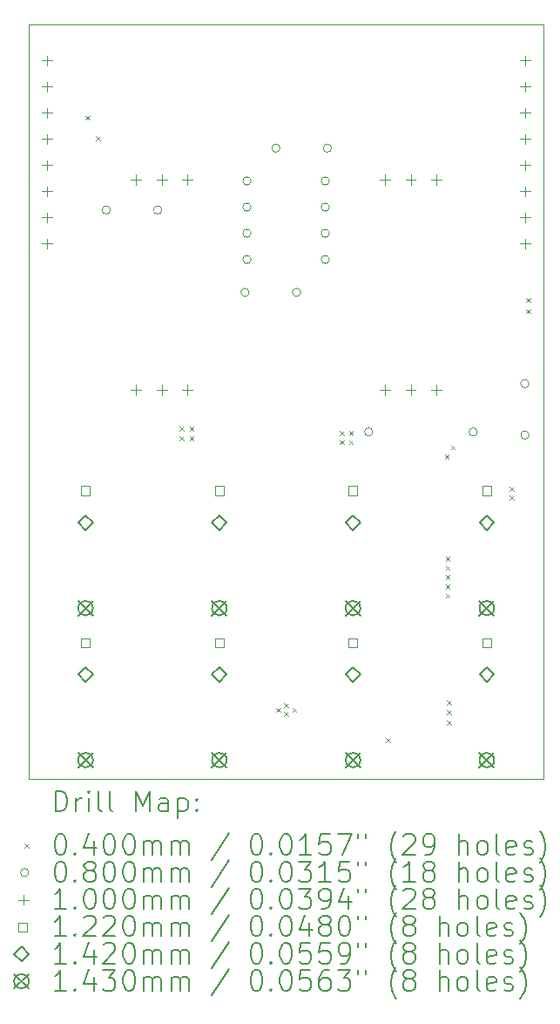
<source format=gbr>
%TF.GenerationSoftware,KiCad,Pcbnew,9.0.4-9.0.4-0~ubuntu22.04.1*%
%TF.CreationDate,2025-10-19T11:48:27+01:00*%
%TF.ProjectId,CD40106_VCO,43443430-3130-4365-9f56-434f2e6b6963,rev?*%
%TF.SameCoordinates,Original*%
%TF.FileFunction,Drillmap*%
%TF.FilePolarity,Positive*%
%FSLAX45Y45*%
G04 Gerber Fmt 4.5, Leading zero omitted, Abs format (unit mm)*
G04 Created by KiCad (PCBNEW 9.0.4-9.0.4-0~ubuntu22.04.1) date 2025-10-19 11:48:27*
%MOMM*%
%LPD*%
G01*
G04 APERTURE LIST*
%ADD10C,0.050000*%
%ADD11C,0.200000*%
%ADD12C,0.100000*%
%ADD13C,0.122000*%
%ADD14C,0.142000*%
%ADD15C,0.143000*%
G04 APERTURE END LIST*
D10*
X15900000Y-7325000D02*
X15900000Y-14650000D01*
X10900000Y-7325000D02*
X15900000Y-7325000D01*
X10900000Y-7325000D02*
X10900000Y-14650000D01*
X10900000Y-14650000D02*
X15900000Y-14650000D01*
D11*
D12*
X11450000Y-8210000D02*
X11490000Y-8250000D01*
X11490000Y-8210000D02*
X11450000Y-8250000D01*
X11550000Y-8410000D02*
X11590000Y-8450000D01*
X11590000Y-8410000D02*
X11550000Y-8450000D01*
X12360000Y-11230000D02*
X12400000Y-11270000D01*
X12400000Y-11230000D02*
X12360000Y-11270000D01*
X12360000Y-11320000D02*
X12400000Y-11360000D01*
X12400000Y-11320000D02*
X12360000Y-11360000D01*
X12460000Y-11230000D02*
X12500000Y-11270000D01*
X12500000Y-11230000D02*
X12460000Y-11270000D01*
X12460000Y-11320000D02*
X12500000Y-11360000D01*
X12500000Y-11320000D02*
X12460000Y-11360000D01*
X13300000Y-13960000D02*
X13340000Y-14000000D01*
X13340000Y-13960000D02*
X13300000Y-14000000D01*
X13380000Y-13910000D02*
X13420000Y-13950000D01*
X13420000Y-13910000D02*
X13380000Y-13950000D01*
X13380000Y-14000000D02*
X13420000Y-14040000D01*
X13420000Y-14000000D02*
X13380000Y-14040000D01*
X13460000Y-13960000D02*
X13500000Y-14000000D01*
X13500000Y-13960000D02*
X13460000Y-14000000D01*
X13920000Y-11270000D02*
X13960000Y-11310000D01*
X13960000Y-11270000D02*
X13920000Y-11310000D01*
X13920000Y-11360000D02*
X13960000Y-11400000D01*
X13960000Y-11360000D02*
X13920000Y-11400000D01*
X14010000Y-11270000D02*
X14050000Y-11310000D01*
X14050000Y-11270000D02*
X14010000Y-11310000D01*
X14010000Y-11360000D02*
X14050000Y-11400000D01*
X14050000Y-11360000D02*
X14010000Y-11400000D01*
X14370000Y-14250000D02*
X14410000Y-14290000D01*
X14410000Y-14250000D02*
X14370000Y-14290000D01*
X14940000Y-11500000D02*
X14980000Y-11540000D01*
X14980000Y-11500000D02*
X14940000Y-11540000D01*
X14950000Y-12490000D02*
X14990000Y-12530000D01*
X14990000Y-12490000D02*
X14950000Y-12530000D01*
X14950000Y-12580000D02*
X14990000Y-12620000D01*
X14990000Y-12580000D02*
X14950000Y-12620000D01*
X14950000Y-12670000D02*
X14990000Y-12710000D01*
X14990000Y-12670000D02*
X14950000Y-12710000D01*
X14950000Y-12760000D02*
X14990000Y-12800000D01*
X14990000Y-12760000D02*
X14950000Y-12800000D01*
X14950000Y-12850000D02*
X14990000Y-12890000D01*
X14990000Y-12850000D02*
X14950000Y-12890000D01*
X14960000Y-13890000D02*
X15000000Y-13930000D01*
X15000000Y-13890000D02*
X14960000Y-13930000D01*
X14960000Y-13980000D02*
X15000000Y-14020000D01*
X15000000Y-13980000D02*
X14960000Y-14020000D01*
X14960000Y-14080000D02*
X15000000Y-14120000D01*
X15000000Y-14080000D02*
X14960000Y-14120000D01*
X15000000Y-11410000D02*
X15040000Y-11450000D01*
X15040000Y-11410000D02*
X15000000Y-11450000D01*
X15570000Y-11810000D02*
X15610000Y-11850000D01*
X15610000Y-11810000D02*
X15570000Y-11850000D01*
X15570000Y-11900000D02*
X15610000Y-11940000D01*
X15610000Y-11900000D02*
X15570000Y-11940000D01*
X15730000Y-9980000D02*
X15770000Y-10020000D01*
X15770000Y-9980000D02*
X15730000Y-10020000D01*
X15730000Y-10090000D02*
X15770000Y-10130000D01*
X15770000Y-10090000D02*
X15730000Y-10130000D01*
X11690000Y-9125000D02*
G75*
G02*
X11610000Y-9125000I-40000J0D01*
G01*
X11610000Y-9125000D02*
G75*
G02*
X11690000Y-9125000I40000J0D01*
G01*
X12190000Y-9125000D02*
G75*
G02*
X12110000Y-9125000I-40000J0D01*
G01*
X12110000Y-9125000D02*
G75*
G02*
X12190000Y-9125000I40000J0D01*
G01*
X13040000Y-9925000D02*
G75*
G02*
X12960000Y-9925000I-40000J0D01*
G01*
X12960000Y-9925000D02*
G75*
G02*
X13040000Y-9925000I40000J0D01*
G01*
X13058000Y-8843000D02*
G75*
G02*
X12978000Y-8843000I-40000J0D01*
G01*
X12978000Y-8843000D02*
G75*
G02*
X13058000Y-8843000I40000J0D01*
G01*
X13058000Y-9097000D02*
G75*
G02*
X12978000Y-9097000I-40000J0D01*
G01*
X12978000Y-9097000D02*
G75*
G02*
X13058000Y-9097000I40000J0D01*
G01*
X13058000Y-9351000D02*
G75*
G02*
X12978000Y-9351000I-40000J0D01*
G01*
X12978000Y-9351000D02*
G75*
G02*
X13058000Y-9351000I40000J0D01*
G01*
X13058000Y-9605000D02*
G75*
G02*
X12978000Y-9605000I-40000J0D01*
G01*
X12978000Y-9605000D02*
G75*
G02*
X13058000Y-9605000I40000J0D01*
G01*
X13340000Y-8525000D02*
G75*
G02*
X13260000Y-8525000I-40000J0D01*
G01*
X13260000Y-8525000D02*
G75*
G02*
X13340000Y-8525000I40000J0D01*
G01*
X13540000Y-9925000D02*
G75*
G02*
X13460000Y-9925000I-40000J0D01*
G01*
X13460000Y-9925000D02*
G75*
G02*
X13540000Y-9925000I40000J0D01*
G01*
X13820000Y-8843000D02*
G75*
G02*
X13740000Y-8843000I-40000J0D01*
G01*
X13740000Y-8843000D02*
G75*
G02*
X13820000Y-8843000I40000J0D01*
G01*
X13820000Y-9097000D02*
G75*
G02*
X13740000Y-9097000I-40000J0D01*
G01*
X13740000Y-9097000D02*
G75*
G02*
X13820000Y-9097000I40000J0D01*
G01*
X13820000Y-9351000D02*
G75*
G02*
X13740000Y-9351000I-40000J0D01*
G01*
X13740000Y-9351000D02*
G75*
G02*
X13820000Y-9351000I40000J0D01*
G01*
X13820000Y-9605000D02*
G75*
G02*
X13740000Y-9605000I-40000J0D01*
G01*
X13740000Y-9605000D02*
G75*
G02*
X13820000Y-9605000I40000J0D01*
G01*
X13840000Y-8525000D02*
G75*
G02*
X13760000Y-8525000I-40000J0D01*
G01*
X13760000Y-8525000D02*
G75*
G02*
X13840000Y-8525000I40000J0D01*
G01*
X14242000Y-11280000D02*
G75*
G02*
X14162000Y-11280000I-40000J0D01*
G01*
X14162000Y-11280000D02*
G75*
G02*
X14242000Y-11280000I40000J0D01*
G01*
X15258000Y-11280000D02*
G75*
G02*
X15178000Y-11280000I-40000J0D01*
G01*
X15178000Y-11280000D02*
G75*
G02*
X15258000Y-11280000I40000J0D01*
G01*
X15760000Y-10810000D02*
G75*
G02*
X15680000Y-10810000I-40000J0D01*
G01*
X15680000Y-10810000D02*
G75*
G02*
X15760000Y-10810000I40000J0D01*
G01*
X15760000Y-11310000D02*
G75*
G02*
X15680000Y-11310000I-40000J0D01*
G01*
X15680000Y-11310000D02*
G75*
G02*
X15760000Y-11310000I40000J0D01*
G01*
X11075000Y-7625000D02*
X11075000Y-7725000D01*
X11025000Y-7675000D02*
X11125000Y-7675000D01*
X11075000Y-7879000D02*
X11075000Y-7979000D01*
X11025000Y-7929000D02*
X11125000Y-7929000D01*
X11075000Y-8133000D02*
X11075000Y-8233000D01*
X11025000Y-8183000D02*
X11125000Y-8183000D01*
X11075000Y-8387000D02*
X11075000Y-8487000D01*
X11025000Y-8437000D02*
X11125000Y-8437000D01*
X11075000Y-8641000D02*
X11075000Y-8741000D01*
X11025000Y-8691000D02*
X11125000Y-8691000D01*
X11075000Y-8895000D02*
X11075000Y-8995000D01*
X11025000Y-8945000D02*
X11125000Y-8945000D01*
X11075000Y-9149000D02*
X11075000Y-9249000D01*
X11025000Y-9199000D02*
X11125000Y-9199000D01*
X11075000Y-9403000D02*
X11075000Y-9503000D01*
X11025000Y-9453000D02*
X11125000Y-9453000D01*
X11940000Y-8780000D02*
X11940000Y-8880000D01*
X11890000Y-8830000D02*
X11990000Y-8830000D01*
X11940000Y-10825000D02*
X11940000Y-10925000D01*
X11890000Y-10875000D02*
X11990000Y-10875000D01*
X12190000Y-8780000D02*
X12190000Y-8880000D01*
X12140000Y-8830000D02*
X12240000Y-8830000D01*
X12190000Y-10825000D02*
X12190000Y-10925000D01*
X12140000Y-10875000D02*
X12240000Y-10875000D01*
X12440000Y-8780000D02*
X12440000Y-8880000D01*
X12390000Y-8830000D02*
X12490000Y-8830000D01*
X12440000Y-10825000D02*
X12440000Y-10925000D01*
X12390000Y-10875000D02*
X12490000Y-10875000D01*
X14360000Y-8780000D02*
X14360000Y-8880000D01*
X14310000Y-8830000D02*
X14410000Y-8830000D01*
X14360000Y-10825000D02*
X14360000Y-10925000D01*
X14310000Y-10875000D02*
X14410000Y-10875000D01*
X14610000Y-8780000D02*
X14610000Y-8880000D01*
X14560000Y-8830000D02*
X14660000Y-8830000D01*
X14610000Y-10825000D02*
X14610000Y-10925000D01*
X14560000Y-10875000D02*
X14660000Y-10875000D01*
X14860000Y-8780000D02*
X14860000Y-8880000D01*
X14810000Y-8830000D02*
X14910000Y-8830000D01*
X14860000Y-10825000D02*
X14860000Y-10925000D01*
X14810000Y-10875000D02*
X14910000Y-10875000D01*
X15725000Y-7625000D02*
X15725000Y-7725000D01*
X15675000Y-7675000D02*
X15775000Y-7675000D01*
X15725000Y-7879000D02*
X15725000Y-7979000D01*
X15675000Y-7929000D02*
X15775000Y-7929000D01*
X15725000Y-8133000D02*
X15725000Y-8233000D01*
X15675000Y-8183000D02*
X15775000Y-8183000D01*
X15725000Y-8387000D02*
X15725000Y-8487000D01*
X15675000Y-8437000D02*
X15775000Y-8437000D01*
X15725000Y-8641000D02*
X15725000Y-8741000D01*
X15675000Y-8691000D02*
X15775000Y-8691000D01*
X15725000Y-8895000D02*
X15725000Y-8995000D01*
X15675000Y-8945000D02*
X15775000Y-8945000D01*
X15725000Y-9149000D02*
X15725000Y-9249000D01*
X15675000Y-9199000D02*
X15775000Y-9199000D01*
X15725000Y-9403000D02*
X15725000Y-9503000D01*
X15675000Y-9453000D02*
X15775000Y-9453000D01*
D13*
X11493134Y-11893134D02*
X11493134Y-11806866D01*
X11406866Y-11806866D01*
X11406866Y-11893134D01*
X11493134Y-11893134D01*
X11493134Y-13368134D02*
X11493134Y-13281866D01*
X11406866Y-13281866D01*
X11406866Y-13368134D01*
X11493134Y-13368134D01*
X12793134Y-11893134D02*
X12793134Y-11806866D01*
X12706866Y-11806866D01*
X12706866Y-11893134D01*
X12793134Y-11893134D01*
X12793134Y-13368134D02*
X12793134Y-13281866D01*
X12706866Y-13281866D01*
X12706866Y-13368134D01*
X12793134Y-13368134D01*
X14093134Y-11893134D02*
X14093134Y-11806866D01*
X14006866Y-11806866D01*
X14006866Y-11893134D01*
X14093134Y-11893134D01*
X14093134Y-13368134D02*
X14093134Y-13281866D01*
X14006866Y-13281866D01*
X14006866Y-13368134D01*
X14093134Y-13368134D01*
X15393134Y-11893134D02*
X15393134Y-11806866D01*
X15306866Y-11806866D01*
X15306866Y-11893134D01*
X15393134Y-11893134D01*
X15393134Y-13368134D02*
X15393134Y-13281866D01*
X15306866Y-13281866D01*
X15306866Y-13368134D01*
X15393134Y-13368134D01*
D14*
X11450000Y-12231000D02*
X11521000Y-12160000D01*
X11450000Y-12089000D01*
X11379000Y-12160000D01*
X11450000Y-12231000D01*
X11450000Y-13706000D02*
X11521000Y-13635000D01*
X11450000Y-13564000D01*
X11379000Y-13635000D01*
X11450000Y-13706000D01*
X12750000Y-12231000D02*
X12821000Y-12160000D01*
X12750000Y-12089000D01*
X12679000Y-12160000D01*
X12750000Y-12231000D01*
X12750000Y-13706000D02*
X12821000Y-13635000D01*
X12750000Y-13564000D01*
X12679000Y-13635000D01*
X12750000Y-13706000D01*
X14050000Y-12231000D02*
X14121000Y-12160000D01*
X14050000Y-12089000D01*
X13979000Y-12160000D01*
X14050000Y-12231000D01*
X14050000Y-13706000D02*
X14121000Y-13635000D01*
X14050000Y-13564000D01*
X13979000Y-13635000D01*
X14050000Y-13706000D01*
X15350000Y-12231000D02*
X15421000Y-12160000D01*
X15350000Y-12089000D01*
X15279000Y-12160000D01*
X15350000Y-12231000D01*
X15350000Y-13706000D02*
X15421000Y-13635000D01*
X15350000Y-13564000D01*
X15279000Y-13635000D01*
X15350000Y-13706000D01*
D15*
X11378500Y-12918500D02*
X11521500Y-13061500D01*
X11521500Y-12918500D02*
X11378500Y-13061500D01*
X11521500Y-12990000D02*
G75*
G02*
X11378500Y-12990000I-71500J0D01*
G01*
X11378500Y-12990000D02*
G75*
G02*
X11521500Y-12990000I71500J0D01*
G01*
X11378500Y-14393500D02*
X11521500Y-14536500D01*
X11521500Y-14393500D02*
X11378500Y-14536500D01*
X11521500Y-14465000D02*
G75*
G02*
X11378500Y-14465000I-71500J0D01*
G01*
X11378500Y-14465000D02*
G75*
G02*
X11521500Y-14465000I71500J0D01*
G01*
X12678500Y-12918500D02*
X12821500Y-13061500D01*
X12821500Y-12918500D02*
X12678500Y-13061500D01*
X12821500Y-12990000D02*
G75*
G02*
X12678500Y-12990000I-71500J0D01*
G01*
X12678500Y-12990000D02*
G75*
G02*
X12821500Y-12990000I71500J0D01*
G01*
X12678500Y-14393500D02*
X12821500Y-14536500D01*
X12821500Y-14393500D02*
X12678500Y-14536500D01*
X12821500Y-14465000D02*
G75*
G02*
X12678500Y-14465000I-71500J0D01*
G01*
X12678500Y-14465000D02*
G75*
G02*
X12821500Y-14465000I71500J0D01*
G01*
X13978500Y-12918500D02*
X14121500Y-13061500D01*
X14121500Y-12918500D02*
X13978500Y-13061500D01*
X14121500Y-12990000D02*
G75*
G02*
X13978500Y-12990000I-71500J0D01*
G01*
X13978500Y-12990000D02*
G75*
G02*
X14121500Y-12990000I71500J0D01*
G01*
X13978500Y-14393500D02*
X14121500Y-14536500D01*
X14121500Y-14393500D02*
X13978500Y-14536500D01*
X14121500Y-14465000D02*
G75*
G02*
X13978500Y-14465000I-71500J0D01*
G01*
X13978500Y-14465000D02*
G75*
G02*
X14121500Y-14465000I71500J0D01*
G01*
X15278500Y-12918500D02*
X15421500Y-13061500D01*
X15421500Y-12918500D02*
X15278500Y-13061500D01*
X15421500Y-12990000D02*
G75*
G02*
X15278500Y-12990000I-71500J0D01*
G01*
X15278500Y-12990000D02*
G75*
G02*
X15421500Y-12990000I71500J0D01*
G01*
X15278500Y-14393500D02*
X15421500Y-14536500D01*
X15421500Y-14393500D02*
X15278500Y-14536500D01*
X15421500Y-14465000D02*
G75*
G02*
X15278500Y-14465000I-71500J0D01*
G01*
X15278500Y-14465000D02*
G75*
G02*
X15421500Y-14465000I71500J0D01*
G01*
D11*
X11158277Y-14963984D02*
X11158277Y-14763984D01*
X11158277Y-14763984D02*
X11205896Y-14763984D01*
X11205896Y-14763984D02*
X11234467Y-14773508D01*
X11234467Y-14773508D02*
X11253515Y-14792555D01*
X11253515Y-14792555D02*
X11263039Y-14811603D01*
X11263039Y-14811603D02*
X11272562Y-14849698D01*
X11272562Y-14849698D02*
X11272562Y-14878269D01*
X11272562Y-14878269D02*
X11263039Y-14916365D01*
X11263039Y-14916365D02*
X11253515Y-14935412D01*
X11253515Y-14935412D02*
X11234467Y-14954460D01*
X11234467Y-14954460D02*
X11205896Y-14963984D01*
X11205896Y-14963984D02*
X11158277Y-14963984D01*
X11358277Y-14963984D02*
X11358277Y-14830650D01*
X11358277Y-14868746D02*
X11367801Y-14849698D01*
X11367801Y-14849698D02*
X11377324Y-14840174D01*
X11377324Y-14840174D02*
X11396372Y-14830650D01*
X11396372Y-14830650D02*
X11415420Y-14830650D01*
X11482086Y-14963984D02*
X11482086Y-14830650D01*
X11482086Y-14763984D02*
X11472562Y-14773508D01*
X11472562Y-14773508D02*
X11482086Y-14783031D01*
X11482086Y-14783031D02*
X11491610Y-14773508D01*
X11491610Y-14773508D02*
X11482086Y-14763984D01*
X11482086Y-14763984D02*
X11482086Y-14783031D01*
X11605896Y-14963984D02*
X11586848Y-14954460D01*
X11586848Y-14954460D02*
X11577324Y-14935412D01*
X11577324Y-14935412D02*
X11577324Y-14763984D01*
X11710658Y-14963984D02*
X11691610Y-14954460D01*
X11691610Y-14954460D02*
X11682086Y-14935412D01*
X11682086Y-14935412D02*
X11682086Y-14763984D01*
X11939229Y-14963984D02*
X11939229Y-14763984D01*
X11939229Y-14763984D02*
X12005896Y-14906841D01*
X12005896Y-14906841D02*
X12072562Y-14763984D01*
X12072562Y-14763984D02*
X12072562Y-14963984D01*
X12253515Y-14963984D02*
X12253515Y-14859222D01*
X12253515Y-14859222D02*
X12243991Y-14840174D01*
X12243991Y-14840174D02*
X12224943Y-14830650D01*
X12224943Y-14830650D02*
X12186848Y-14830650D01*
X12186848Y-14830650D02*
X12167801Y-14840174D01*
X12253515Y-14954460D02*
X12234467Y-14963984D01*
X12234467Y-14963984D02*
X12186848Y-14963984D01*
X12186848Y-14963984D02*
X12167801Y-14954460D01*
X12167801Y-14954460D02*
X12158277Y-14935412D01*
X12158277Y-14935412D02*
X12158277Y-14916365D01*
X12158277Y-14916365D02*
X12167801Y-14897317D01*
X12167801Y-14897317D02*
X12186848Y-14887793D01*
X12186848Y-14887793D02*
X12234467Y-14887793D01*
X12234467Y-14887793D02*
X12253515Y-14878269D01*
X12348753Y-14830650D02*
X12348753Y-15030650D01*
X12348753Y-14840174D02*
X12367801Y-14830650D01*
X12367801Y-14830650D02*
X12405896Y-14830650D01*
X12405896Y-14830650D02*
X12424943Y-14840174D01*
X12424943Y-14840174D02*
X12434467Y-14849698D01*
X12434467Y-14849698D02*
X12443991Y-14868746D01*
X12443991Y-14868746D02*
X12443991Y-14925888D01*
X12443991Y-14925888D02*
X12434467Y-14944936D01*
X12434467Y-14944936D02*
X12424943Y-14954460D01*
X12424943Y-14954460D02*
X12405896Y-14963984D01*
X12405896Y-14963984D02*
X12367801Y-14963984D01*
X12367801Y-14963984D02*
X12348753Y-14954460D01*
X12529705Y-14944936D02*
X12539229Y-14954460D01*
X12539229Y-14954460D02*
X12529705Y-14963984D01*
X12529705Y-14963984D02*
X12520182Y-14954460D01*
X12520182Y-14954460D02*
X12529705Y-14944936D01*
X12529705Y-14944936D02*
X12529705Y-14963984D01*
X12529705Y-14840174D02*
X12539229Y-14849698D01*
X12539229Y-14849698D02*
X12529705Y-14859222D01*
X12529705Y-14859222D02*
X12520182Y-14849698D01*
X12520182Y-14849698D02*
X12529705Y-14840174D01*
X12529705Y-14840174D02*
X12529705Y-14859222D01*
D12*
X10857500Y-15272500D02*
X10897500Y-15312500D01*
X10897500Y-15272500D02*
X10857500Y-15312500D01*
D11*
X11196372Y-15183984D02*
X11215420Y-15183984D01*
X11215420Y-15183984D02*
X11234467Y-15193508D01*
X11234467Y-15193508D02*
X11243991Y-15203031D01*
X11243991Y-15203031D02*
X11253515Y-15222079D01*
X11253515Y-15222079D02*
X11263039Y-15260174D01*
X11263039Y-15260174D02*
X11263039Y-15307793D01*
X11263039Y-15307793D02*
X11253515Y-15345888D01*
X11253515Y-15345888D02*
X11243991Y-15364936D01*
X11243991Y-15364936D02*
X11234467Y-15374460D01*
X11234467Y-15374460D02*
X11215420Y-15383984D01*
X11215420Y-15383984D02*
X11196372Y-15383984D01*
X11196372Y-15383984D02*
X11177324Y-15374460D01*
X11177324Y-15374460D02*
X11167801Y-15364936D01*
X11167801Y-15364936D02*
X11158277Y-15345888D01*
X11158277Y-15345888D02*
X11148753Y-15307793D01*
X11148753Y-15307793D02*
X11148753Y-15260174D01*
X11148753Y-15260174D02*
X11158277Y-15222079D01*
X11158277Y-15222079D02*
X11167801Y-15203031D01*
X11167801Y-15203031D02*
X11177324Y-15193508D01*
X11177324Y-15193508D02*
X11196372Y-15183984D01*
X11348753Y-15364936D02*
X11358277Y-15374460D01*
X11358277Y-15374460D02*
X11348753Y-15383984D01*
X11348753Y-15383984D02*
X11339229Y-15374460D01*
X11339229Y-15374460D02*
X11348753Y-15364936D01*
X11348753Y-15364936D02*
X11348753Y-15383984D01*
X11529705Y-15250650D02*
X11529705Y-15383984D01*
X11482086Y-15174460D02*
X11434467Y-15317317D01*
X11434467Y-15317317D02*
X11558277Y-15317317D01*
X11672562Y-15183984D02*
X11691610Y-15183984D01*
X11691610Y-15183984D02*
X11710658Y-15193508D01*
X11710658Y-15193508D02*
X11720182Y-15203031D01*
X11720182Y-15203031D02*
X11729705Y-15222079D01*
X11729705Y-15222079D02*
X11739229Y-15260174D01*
X11739229Y-15260174D02*
X11739229Y-15307793D01*
X11739229Y-15307793D02*
X11729705Y-15345888D01*
X11729705Y-15345888D02*
X11720182Y-15364936D01*
X11720182Y-15364936D02*
X11710658Y-15374460D01*
X11710658Y-15374460D02*
X11691610Y-15383984D01*
X11691610Y-15383984D02*
X11672562Y-15383984D01*
X11672562Y-15383984D02*
X11653515Y-15374460D01*
X11653515Y-15374460D02*
X11643991Y-15364936D01*
X11643991Y-15364936D02*
X11634467Y-15345888D01*
X11634467Y-15345888D02*
X11624943Y-15307793D01*
X11624943Y-15307793D02*
X11624943Y-15260174D01*
X11624943Y-15260174D02*
X11634467Y-15222079D01*
X11634467Y-15222079D02*
X11643991Y-15203031D01*
X11643991Y-15203031D02*
X11653515Y-15193508D01*
X11653515Y-15193508D02*
X11672562Y-15183984D01*
X11863039Y-15183984D02*
X11882086Y-15183984D01*
X11882086Y-15183984D02*
X11901134Y-15193508D01*
X11901134Y-15193508D02*
X11910658Y-15203031D01*
X11910658Y-15203031D02*
X11920182Y-15222079D01*
X11920182Y-15222079D02*
X11929705Y-15260174D01*
X11929705Y-15260174D02*
X11929705Y-15307793D01*
X11929705Y-15307793D02*
X11920182Y-15345888D01*
X11920182Y-15345888D02*
X11910658Y-15364936D01*
X11910658Y-15364936D02*
X11901134Y-15374460D01*
X11901134Y-15374460D02*
X11882086Y-15383984D01*
X11882086Y-15383984D02*
X11863039Y-15383984D01*
X11863039Y-15383984D02*
X11843991Y-15374460D01*
X11843991Y-15374460D02*
X11834467Y-15364936D01*
X11834467Y-15364936D02*
X11824943Y-15345888D01*
X11824943Y-15345888D02*
X11815420Y-15307793D01*
X11815420Y-15307793D02*
X11815420Y-15260174D01*
X11815420Y-15260174D02*
X11824943Y-15222079D01*
X11824943Y-15222079D02*
X11834467Y-15203031D01*
X11834467Y-15203031D02*
X11843991Y-15193508D01*
X11843991Y-15193508D02*
X11863039Y-15183984D01*
X12015420Y-15383984D02*
X12015420Y-15250650D01*
X12015420Y-15269698D02*
X12024943Y-15260174D01*
X12024943Y-15260174D02*
X12043991Y-15250650D01*
X12043991Y-15250650D02*
X12072563Y-15250650D01*
X12072563Y-15250650D02*
X12091610Y-15260174D01*
X12091610Y-15260174D02*
X12101134Y-15279222D01*
X12101134Y-15279222D02*
X12101134Y-15383984D01*
X12101134Y-15279222D02*
X12110658Y-15260174D01*
X12110658Y-15260174D02*
X12129705Y-15250650D01*
X12129705Y-15250650D02*
X12158277Y-15250650D01*
X12158277Y-15250650D02*
X12177324Y-15260174D01*
X12177324Y-15260174D02*
X12186848Y-15279222D01*
X12186848Y-15279222D02*
X12186848Y-15383984D01*
X12282086Y-15383984D02*
X12282086Y-15250650D01*
X12282086Y-15269698D02*
X12291610Y-15260174D01*
X12291610Y-15260174D02*
X12310658Y-15250650D01*
X12310658Y-15250650D02*
X12339229Y-15250650D01*
X12339229Y-15250650D02*
X12358277Y-15260174D01*
X12358277Y-15260174D02*
X12367801Y-15279222D01*
X12367801Y-15279222D02*
X12367801Y-15383984D01*
X12367801Y-15279222D02*
X12377324Y-15260174D01*
X12377324Y-15260174D02*
X12396372Y-15250650D01*
X12396372Y-15250650D02*
X12424943Y-15250650D01*
X12424943Y-15250650D02*
X12443991Y-15260174D01*
X12443991Y-15260174D02*
X12453515Y-15279222D01*
X12453515Y-15279222D02*
X12453515Y-15383984D01*
X12843991Y-15174460D02*
X12672563Y-15431603D01*
X13101134Y-15183984D02*
X13120182Y-15183984D01*
X13120182Y-15183984D02*
X13139229Y-15193508D01*
X13139229Y-15193508D02*
X13148753Y-15203031D01*
X13148753Y-15203031D02*
X13158277Y-15222079D01*
X13158277Y-15222079D02*
X13167801Y-15260174D01*
X13167801Y-15260174D02*
X13167801Y-15307793D01*
X13167801Y-15307793D02*
X13158277Y-15345888D01*
X13158277Y-15345888D02*
X13148753Y-15364936D01*
X13148753Y-15364936D02*
X13139229Y-15374460D01*
X13139229Y-15374460D02*
X13120182Y-15383984D01*
X13120182Y-15383984D02*
X13101134Y-15383984D01*
X13101134Y-15383984D02*
X13082086Y-15374460D01*
X13082086Y-15374460D02*
X13072563Y-15364936D01*
X13072563Y-15364936D02*
X13063039Y-15345888D01*
X13063039Y-15345888D02*
X13053515Y-15307793D01*
X13053515Y-15307793D02*
X13053515Y-15260174D01*
X13053515Y-15260174D02*
X13063039Y-15222079D01*
X13063039Y-15222079D02*
X13072563Y-15203031D01*
X13072563Y-15203031D02*
X13082086Y-15193508D01*
X13082086Y-15193508D02*
X13101134Y-15183984D01*
X13253515Y-15364936D02*
X13263039Y-15374460D01*
X13263039Y-15374460D02*
X13253515Y-15383984D01*
X13253515Y-15383984D02*
X13243991Y-15374460D01*
X13243991Y-15374460D02*
X13253515Y-15364936D01*
X13253515Y-15364936D02*
X13253515Y-15383984D01*
X13386848Y-15183984D02*
X13405896Y-15183984D01*
X13405896Y-15183984D02*
X13424944Y-15193508D01*
X13424944Y-15193508D02*
X13434467Y-15203031D01*
X13434467Y-15203031D02*
X13443991Y-15222079D01*
X13443991Y-15222079D02*
X13453515Y-15260174D01*
X13453515Y-15260174D02*
X13453515Y-15307793D01*
X13453515Y-15307793D02*
X13443991Y-15345888D01*
X13443991Y-15345888D02*
X13434467Y-15364936D01*
X13434467Y-15364936D02*
X13424944Y-15374460D01*
X13424944Y-15374460D02*
X13405896Y-15383984D01*
X13405896Y-15383984D02*
X13386848Y-15383984D01*
X13386848Y-15383984D02*
X13367801Y-15374460D01*
X13367801Y-15374460D02*
X13358277Y-15364936D01*
X13358277Y-15364936D02*
X13348753Y-15345888D01*
X13348753Y-15345888D02*
X13339229Y-15307793D01*
X13339229Y-15307793D02*
X13339229Y-15260174D01*
X13339229Y-15260174D02*
X13348753Y-15222079D01*
X13348753Y-15222079D02*
X13358277Y-15203031D01*
X13358277Y-15203031D02*
X13367801Y-15193508D01*
X13367801Y-15193508D02*
X13386848Y-15183984D01*
X13643991Y-15383984D02*
X13529706Y-15383984D01*
X13586848Y-15383984D02*
X13586848Y-15183984D01*
X13586848Y-15183984D02*
X13567801Y-15212555D01*
X13567801Y-15212555D02*
X13548753Y-15231603D01*
X13548753Y-15231603D02*
X13529706Y-15241127D01*
X13824944Y-15183984D02*
X13729706Y-15183984D01*
X13729706Y-15183984D02*
X13720182Y-15279222D01*
X13720182Y-15279222D02*
X13729706Y-15269698D01*
X13729706Y-15269698D02*
X13748753Y-15260174D01*
X13748753Y-15260174D02*
X13796372Y-15260174D01*
X13796372Y-15260174D02*
X13815420Y-15269698D01*
X13815420Y-15269698D02*
X13824944Y-15279222D01*
X13824944Y-15279222D02*
X13834467Y-15298269D01*
X13834467Y-15298269D02*
X13834467Y-15345888D01*
X13834467Y-15345888D02*
X13824944Y-15364936D01*
X13824944Y-15364936D02*
X13815420Y-15374460D01*
X13815420Y-15374460D02*
X13796372Y-15383984D01*
X13796372Y-15383984D02*
X13748753Y-15383984D01*
X13748753Y-15383984D02*
X13729706Y-15374460D01*
X13729706Y-15374460D02*
X13720182Y-15364936D01*
X13901134Y-15183984D02*
X14034467Y-15183984D01*
X14034467Y-15183984D02*
X13948753Y-15383984D01*
X14101134Y-15183984D02*
X14101134Y-15222079D01*
X14177325Y-15183984D02*
X14177325Y-15222079D01*
X14472563Y-15460174D02*
X14463039Y-15450650D01*
X14463039Y-15450650D02*
X14443991Y-15422079D01*
X14443991Y-15422079D02*
X14434468Y-15403031D01*
X14434468Y-15403031D02*
X14424944Y-15374460D01*
X14424944Y-15374460D02*
X14415420Y-15326841D01*
X14415420Y-15326841D02*
X14415420Y-15288746D01*
X14415420Y-15288746D02*
X14424944Y-15241127D01*
X14424944Y-15241127D02*
X14434468Y-15212555D01*
X14434468Y-15212555D02*
X14443991Y-15193508D01*
X14443991Y-15193508D02*
X14463039Y-15164936D01*
X14463039Y-15164936D02*
X14472563Y-15155412D01*
X14539229Y-15203031D02*
X14548753Y-15193508D01*
X14548753Y-15193508D02*
X14567801Y-15183984D01*
X14567801Y-15183984D02*
X14615420Y-15183984D01*
X14615420Y-15183984D02*
X14634468Y-15193508D01*
X14634468Y-15193508D02*
X14643991Y-15203031D01*
X14643991Y-15203031D02*
X14653515Y-15222079D01*
X14653515Y-15222079D02*
X14653515Y-15241127D01*
X14653515Y-15241127D02*
X14643991Y-15269698D01*
X14643991Y-15269698D02*
X14529706Y-15383984D01*
X14529706Y-15383984D02*
X14653515Y-15383984D01*
X14748753Y-15383984D02*
X14786848Y-15383984D01*
X14786848Y-15383984D02*
X14805896Y-15374460D01*
X14805896Y-15374460D02*
X14815420Y-15364936D01*
X14815420Y-15364936D02*
X14834468Y-15336365D01*
X14834468Y-15336365D02*
X14843991Y-15298269D01*
X14843991Y-15298269D02*
X14843991Y-15222079D01*
X14843991Y-15222079D02*
X14834468Y-15203031D01*
X14834468Y-15203031D02*
X14824944Y-15193508D01*
X14824944Y-15193508D02*
X14805896Y-15183984D01*
X14805896Y-15183984D02*
X14767801Y-15183984D01*
X14767801Y-15183984D02*
X14748753Y-15193508D01*
X14748753Y-15193508D02*
X14739229Y-15203031D01*
X14739229Y-15203031D02*
X14729706Y-15222079D01*
X14729706Y-15222079D02*
X14729706Y-15269698D01*
X14729706Y-15269698D02*
X14739229Y-15288746D01*
X14739229Y-15288746D02*
X14748753Y-15298269D01*
X14748753Y-15298269D02*
X14767801Y-15307793D01*
X14767801Y-15307793D02*
X14805896Y-15307793D01*
X14805896Y-15307793D02*
X14824944Y-15298269D01*
X14824944Y-15298269D02*
X14834468Y-15288746D01*
X14834468Y-15288746D02*
X14843991Y-15269698D01*
X15082087Y-15383984D02*
X15082087Y-15183984D01*
X15167801Y-15383984D02*
X15167801Y-15279222D01*
X15167801Y-15279222D02*
X15158277Y-15260174D01*
X15158277Y-15260174D02*
X15139230Y-15250650D01*
X15139230Y-15250650D02*
X15110658Y-15250650D01*
X15110658Y-15250650D02*
X15091610Y-15260174D01*
X15091610Y-15260174D02*
X15082087Y-15269698D01*
X15291610Y-15383984D02*
X15272563Y-15374460D01*
X15272563Y-15374460D02*
X15263039Y-15364936D01*
X15263039Y-15364936D02*
X15253515Y-15345888D01*
X15253515Y-15345888D02*
X15253515Y-15288746D01*
X15253515Y-15288746D02*
X15263039Y-15269698D01*
X15263039Y-15269698D02*
X15272563Y-15260174D01*
X15272563Y-15260174D02*
X15291610Y-15250650D01*
X15291610Y-15250650D02*
X15320182Y-15250650D01*
X15320182Y-15250650D02*
X15339230Y-15260174D01*
X15339230Y-15260174D02*
X15348753Y-15269698D01*
X15348753Y-15269698D02*
X15358277Y-15288746D01*
X15358277Y-15288746D02*
X15358277Y-15345888D01*
X15358277Y-15345888D02*
X15348753Y-15364936D01*
X15348753Y-15364936D02*
X15339230Y-15374460D01*
X15339230Y-15374460D02*
X15320182Y-15383984D01*
X15320182Y-15383984D02*
X15291610Y-15383984D01*
X15472563Y-15383984D02*
X15453515Y-15374460D01*
X15453515Y-15374460D02*
X15443991Y-15355412D01*
X15443991Y-15355412D02*
X15443991Y-15183984D01*
X15624944Y-15374460D02*
X15605896Y-15383984D01*
X15605896Y-15383984D02*
X15567801Y-15383984D01*
X15567801Y-15383984D02*
X15548753Y-15374460D01*
X15548753Y-15374460D02*
X15539230Y-15355412D01*
X15539230Y-15355412D02*
X15539230Y-15279222D01*
X15539230Y-15279222D02*
X15548753Y-15260174D01*
X15548753Y-15260174D02*
X15567801Y-15250650D01*
X15567801Y-15250650D02*
X15605896Y-15250650D01*
X15605896Y-15250650D02*
X15624944Y-15260174D01*
X15624944Y-15260174D02*
X15634468Y-15279222D01*
X15634468Y-15279222D02*
X15634468Y-15298269D01*
X15634468Y-15298269D02*
X15539230Y-15317317D01*
X15710658Y-15374460D02*
X15729706Y-15383984D01*
X15729706Y-15383984D02*
X15767801Y-15383984D01*
X15767801Y-15383984D02*
X15786849Y-15374460D01*
X15786849Y-15374460D02*
X15796372Y-15355412D01*
X15796372Y-15355412D02*
X15796372Y-15345888D01*
X15796372Y-15345888D02*
X15786849Y-15326841D01*
X15786849Y-15326841D02*
X15767801Y-15317317D01*
X15767801Y-15317317D02*
X15739230Y-15317317D01*
X15739230Y-15317317D02*
X15720182Y-15307793D01*
X15720182Y-15307793D02*
X15710658Y-15288746D01*
X15710658Y-15288746D02*
X15710658Y-15279222D01*
X15710658Y-15279222D02*
X15720182Y-15260174D01*
X15720182Y-15260174D02*
X15739230Y-15250650D01*
X15739230Y-15250650D02*
X15767801Y-15250650D01*
X15767801Y-15250650D02*
X15786849Y-15260174D01*
X15863039Y-15460174D02*
X15872563Y-15450650D01*
X15872563Y-15450650D02*
X15891611Y-15422079D01*
X15891611Y-15422079D02*
X15901134Y-15403031D01*
X15901134Y-15403031D02*
X15910658Y-15374460D01*
X15910658Y-15374460D02*
X15920182Y-15326841D01*
X15920182Y-15326841D02*
X15920182Y-15288746D01*
X15920182Y-15288746D02*
X15910658Y-15241127D01*
X15910658Y-15241127D02*
X15901134Y-15212555D01*
X15901134Y-15212555D02*
X15891611Y-15193508D01*
X15891611Y-15193508D02*
X15872563Y-15164936D01*
X15872563Y-15164936D02*
X15863039Y-15155412D01*
D12*
X10897500Y-15556500D02*
G75*
G02*
X10817500Y-15556500I-40000J0D01*
G01*
X10817500Y-15556500D02*
G75*
G02*
X10897500Y-15556500I40000J0D01*
G01*
D11*
X11196372Y-15447984D02*
X11215420Y-15447984D01*
X11215420Y-15447984D02*
X11234467Y-15457508D01*
X11234467Y-15457508D02*
X11243991Y-15467031D01*
X11243991Y-15467031D02*
X11253515Y-15486079D01*
X11253515Y-15486079D02*
X11263039Y-15524174D01*
X11263039Y-15524174D02*
X11263039Y-15571793D01*
X11263039Y-15571793D02*
X11253515Y-15609888D01*
X11253515Y-15609888D02*
X11243991Y-15628936D01*
X11243991Y-15628936D02*
X11234467Y-15638460D01*
X11234467Y-15638460D02*
X11215420Y-15647984D01*
X11215420Y-15647984D02*
X11196372Y-15647984D01*
X11196372Y-15647984D02*
X11177324Y-15638460D01*
X11177324Y-15638460D02*
X11167801Y-15628936D01*
X11167801Y-15628936D02*
X11158277Y-15609888D01*
X11158277Y-15609888D02*
X11148753Y-15571793D01*
X11148753Y-15571793D02*
X11148753Y-15524174D01*
X11148753Y-15524174D02*
X11158277Y-15486079D01*
X11158277Y-15486079D02*
X11167801Y-15467031D01*
X11167801Y-15467031D02*
X11177324Y-15457508D01*
X11177324Y-15457508D02*
X11196372Y-15447984D01*
X11348753Y-15628936D02*
X11358277Y-15638460D01*
X11358277Y-15638460D02*
X11348753Y-15647984D01*
X11348753Y-15647984D02*
X11339229Y-15638460D01*
X11339229Y-15638460D02*
X11348753Y-15628936D01*
X11348753Y-15628936D02*
X11348753Y-15647984D01*
X11472562Y-15533698D02*
X11453515Y-15524174D01*
X11453515Y-15524174D02*
X11443991Y-15514650D01*
X11443991Y-15514650D02*
X11434467Y-15495603D01*
X11434467Y-15495603D02*
X11434467Y-15486079D01*
X11434467Y-15486079D02*
X11443991Y-15467031D01*
X11443991Y-15467031D02*
X11453515Y-15457508D01*
X11453515Y-15457508D02*
X11472562Y-15447984D01*
X11472562Y-15447984D02*
X11510658Y-15447984D01*
X11510658Y-15447984D02*
X11529705Y-15457508D01*
X11529705Y-15457508D02*
X11539229Y-15467031D01*
X11539229Y-15467031D02*
X11548753Y-15486079D01*
X11548753Y-15486079D02*
X11548753Y-15495603D01*
X11548753Y-15495603D02*
X11539229Y-15514650D01*
X11539229Y-15514650D02*
X11529705Y-15524174D01*
X11529705Y-15524174D02*
X11510658Y-15533698D01*
X11510658Y-15533698D02*
X11472562Y-15533698D01*
X11472562Y-15533698D02*
X11453515Y-15543222D01*
X11453515Y-15543222D02*
X11443991Y-15552746D01*
X11443991Y-15552746D02*
X11434467Y-15571793D01*
X11434467Y-15571793D02*
X11434467Y-15609888D01*
X11434467Y-15609888D02*
X11443991Y-15628936D01*
X11443991Y-15628936D02*
X11453515Y-15638460D01*
X11453515Y-15638460D02*
X11472562Y-15647984D01*
X11472562Y-15647984D02*
X11510658Y-15647984D01*
X11510658Y-15647984D02*
X11529705Y-15638460D01*
X11529705Y-15638460D02*
X11539229Y-15628936D01*
X11539229Y-15628936D02*
X11548753Y-15609888D01*
X11548753Y-15609888D02*
X11548753Y-15571793D01*
X11548753Y-15571793D02*
X11539229Y-15552746D01*
X11539229Y-15552746D02*
X11529705Y-15543222D01*
X11529705Y-15543222D02*
X11510658Y-15533698D01*
X11672562Y-15447984D02*
X11691610Y-15447984D01*
X11691610Y-15447984D02*
X11710658Y-15457508D01*
X11710658Y-15457508D02*
X11720182Y-15467031D01*
X11720182Y-15467031D02*
X11729705Y-15486079D01*
X11729705Y-15486079D02*
X11739229Y-15524174D01*
X11739229Y-15524174D02*
X11739229Y-15571793D01*
X11739229Y-15571793D02*
X11729705Y-15609888D01*
X11729705Y-15609888D02*
X11720182Y-15628936D01*
X11720182Y-15628936D02*
X11710658Y-15638460D01*
X11710658Y-15638460D02*
X11691610Y-15647984D01*
X11691610Y-15647984D02*
X11672562Y-15647984D01*
X11672562Y-15647984D02*
X11653515Y-15638460D01*
X11653515Y-15638460D02*
X11643991Y-15628936D01*
X11643991Y-15628936D02*
X11634467Y-15609888D01*
X11634467Y-15609888D02*
X11624943Y-15571793D01*
X11624943Y-15571793D02*
X11624943Y-15524174D01*
X11624943Y-15524174D02*
X11634467Y-15486079D01*
X11634467Y-15486079D02*
X11643991Y-15467031D01*
X11643991Y-15467031D02*
X11653515Y-15457508D01*
X11653515Y-15457508D02*
X11672562Y-15447984D01*
X11863039Y-15447984D02*
X11882086Y-15447984D01*
X11882086Y-15447984D02*
X11901134Y-15457508D01*
X11901134Y-15457508D02*
X11910658Y-15467031D01*
X11910658Y-15467031D02*
X11920182Y-15486079D01*
X11920182Y-15486079D02*
X11929705Y-15524174D01*
X11929705Y-15524174D02*
X11929705Y-15571793D01*
X11929705Y-15571793D02*
X11920182Y-15609888D01*
X11920182Y-15609888D02*
X11910658Y-15628936D01*
X11910658Y-15628936D02*
X11901134Y-15638460D01*
X11901134Y-15638460D02*
X11882086Y-15647984D01*
X11882086Y-15647984D02*
X11863039Y-15647984D01*
X11863039Y-15647984D02*
X11843991Y-15638460D01*
X11843991Y-15638460D02*
X11834467Y-15628936D01*
X11834467Y-15628936D02*
X11824943Y-15609888D01*
X11824943Y-15609888D02*
X11815420Y-15571793D01*
X11815420Y-15571793D02*
X11815420Y-15524174D01*
X11815420Y-15524174D02*
X11824943Y-15486079D01*
X11824943Y-15486079D02*
X11834467Y-15467031D01*
X11834467Y-15467031D02*
X11843991Y-15457508D01*
X11843991Y-15457508D02*
X11863039Y-15447984D01*
X12015420Y-15647984D02*
X12015420Y-15514650D01*
X12015420Y-15533698D02*
X12024943Y-15524174D01*
X12024943Y-15524174D02*
X12043991Y-15514650D01*
X12043991Y-15514650D02*
X12072563Y-15514650D01*
X12072563Y-15514650D02*
X12091610Y-15524174D01*
X12091610Y-15524174D02*
X12101134Y-15543222D01*
X12101134Y-15543222D02*
X12101134Y-15647984D01*
X12101134Y-15543222D02*
X12110658Y-15524174D01*
X12110658Y-15524174D02*
X12129705Y-15514650D01*
X12129705Y-15514650D02*
X12158277Y-15514650D01*
X12158277Y-15514650D02*
X12177324Y-15524174D01*
X12177324Y-15524174D02*
X12186848Y-15543222D01*
X12186848Y-15543222D02*
X12186848Y-15647984D01*
X12282086Y-15647984D02*
X12282086Y-15514650D01*
X12282086Y-15533698D02*
X12291610Y-15524174D01*
X12291610Y-15524174D02*
X12310658Y-15514650D01*
X12310658Y-15514650D02*
X12339229Y-15514650D01*
X12339229Y-15514650D02*
X12358277Y-15524174D01*
X12358277Y-15524174D02*
X12367801Y-15543222D01*
X12367801Y-15543222D02*
X12367801Y-15647984D01*
X12367801Y-15543222D02*
X12377324Y-15524174D01*
X12377324Y-15524174D02*
X12396372Y-15514650D01*
X12396372Y-15514650D02*
X12424943Y-15514650D01*
X12424943Y-15514650D02*
X12443991Y-15524174D01*
X12443991Y-15524174D02*
X12453515Y-15543222D01*
X12453515Y-15543222D02*
X12453515Y-15647984D01*
X12843991Y-15438460D02*
X12672563Y-15695603D01*
X13101134Y-15447984D02*
X13120182Y-15447984D01*
X13120182Y-15447984D02*
X13139229Y-15457508D01*
X13139229Y-15457508D02*
X13148753Y-15467031D01*
X13148753Y-15467031D02*
X13158277Y-15486079D01*
X13158277Y-15486079D02*
X13167801Y-15524174D01*
X13167801Y-15524174D02*
X13167801Y-15571793D01*
X13167801Y-15571793D02*
X13158277Y-15609888D01*
X13158277Y-15609888D02*
X13148753Y-15628936D01*
X13148753Y-15628936D02*
X13139229Y-15638460D01*
X13139229Y-15638460D02*
X13120182Y-15647984D01*
X13120182Y-15647984D02*
X13101134Y-15647984D01*
X13101134Y-15647984D02*
X13082086Y-15638460D01*
X13082086Y-15638460D02*
X13072563Y-15628936D01*
X13072563Y-15628936D02*
X13063039Y-15609888D01*
X13063039Y-15609888D02*
X13053515Y-15571793D01*
X13053515Y-15571793D02*
X13053515Y-15524174D01*
X13053515Y-15524174D02*
X13063039Y-15486079D01*
X13063039Y-15486079D02*
X13072563Y-15467031D01*
X13072563Y-15467031D02*
X13082086Y-15457508D01*
X13082086Y-15457508D02*
X13101134Y-15447984D01*
X13253515Y-15628936D02*
X13263039Y-15638460D01*
X13263039Y-15638460D02*
X13253515Y-15647984D01*
X13253515Y-15647984D02*
X13243991Y-15638460D01*
X13243991Y-15638460D02*
X13253515Y-15628936D01*
X13253515Y-15628936D02*
X13253515Y-15647984D01*
X13386848Y-15447984D02*
X13405896Y-15447984D01*
X13405896Y-15447984D02*
X13424944Y-15457508D01*
X13424944Y-15457508D02*
X13434467Y-15467031D01*
X13434467Y-15467031D02*
X13443991Y-15486079D01*
X13443991Y-15486079D02*
X13453515Y-15524174D01*
X13453515Y-15524174D02*
X13453515Y-15571793D01*
X13453515Y-15571793D02*
X13443991Y-15609888D01*
X13443991Y-15609888D02*
X13434467Y-15628936D01*
X13434467Y-15628936D02*
X13424944Y-15638460D01*
X13424944Y-15638460D02*
X13405896Y-15647984D01*
X13405896Y-15647984D02*
X13386848Y-15647984D01*
X13386848Y-15647984D02*
X13367801Y-15638460D01*
X13367801Y-15638460D02*
X13358277Y-15628936D01*
X13358277Y-15628936D02*
X13348753Y-15609888D01*
X13348753Y-15609888D02*
X13339229Y-15571793D01*
X13339229Y-15571793D02*
X13339229Y-15524174D01*
X13339229Y-15524174D02*
X13348753Y-15486079D01*
X13348753Y-15486079D02*
X13358277Y-15467031D01*
X13358277Y-15467031D02*
X13367801Y-15457508D01*
X13367801Y-15457508D02*
X13386848Y-15447984D01*
X13520182Y-15447984D02*
X13643991Y-15447984D01*
X13643991Y-15447984D02*
X13577325Y-15524174D01*
X13577325Y-15524174D02*
X13605896Y-15524174D01*
X13605896Y-15524174D02*
X13624944Y-15533698D01*
X13624944Y-15533698D02*
X13634467Y-15543222D01*
X13634467Y-15543222D02*
X13643991Y-15562269D01*
X13643991Y-15562269D02*
X13643991Y-15609888D01*
X13643991Y-15609888D02*
X13634467Y-15628936D01*
X13634467Y-15628936D02*
X13624944Y-15638460D01*
X13624944Y-15638460D02*
X13605896Y-15647984D01*
X13605896Y-15647984D02*
X13548753Y-15647984D01*
X13548753Y-15647984D02*
X13529706Y-15638460D01*
X13529706Y-15638460D02*
X13520182Y-15628936D01*
X13834467Y-15647984D02*
X13720182Y-15647984D01*
X13777325Y-15647984D02*
X13777325Y-15447984D01*
X13777325Y-15447984D02*
X13758277Y-15476555D01*
X13758277Y-15476555D02*
X13739229Y-15495603D01*
X13739229Y-15495603D02*
X13720182Y-15505127D01*
X14015420Y-15447984D02*
X13920182Y-15447984D01*
X13920182Y-15447984D02*
X13910658Y-15543222D01*
X13910658Y-15543222D02*
X13920182Y-15533698D01*
X13920182Y-15533698D02*
X13939229Y-15524174D01*
X13939229Y-15524174D02*
X13986848Y-15524174D01*
X13986848Y-15524174D02*
X14005896Y-15533698D01*
X14005896Y-15533698D02*
X14015420Y-15543222D01*
X14015420Y-15543222D02*
X14024944Y-15562269D01*
X14024944Y-15562269D02*
X14024944Y-15609888D01*
X14024944Y-15609888D02*
X14015420Y-15628936D01*
X14015420Y-15628936D02*
X14005896Y-15638460D01*
X14005896Y-15638460D02*
X13986848Y-15647984D01*
X13986848Y-15647984D02*
X13939229Y-15647984D01*
X13939229Y-15647984D02*
X13920182Y-15638460D01*
X13920182Y-15638460D02*
X13910658Y-15628936D01*
X14101134Y-15447984D02*
X14101134Y-15486079D01*
X14177325Y-15447984D02*
X14177325Y-15486079D01*
X14472563Y-15724174D02*
X14463039Y-15714650D01*
X14463039Y-15714650D02*
X14443991Y-15686079D01*
X14443991Y-15686079D02*
X14434468Y-15667031D01*
X14434468Y-15667031D02*
X14424944Y-15638460D01*
X14424944Y-15638460D02*
X14415420Y-15590841D01*
X14415420Y-15590841D02*
X14415420Y-15552746D01*
X14415420Y-15552746D02*
X14424944Y-15505127D01*
X14424944Y-15505127D02*
X14434468Y-15476555D01*
X14434468Y-15476555D02*
X14443991Y-15457508D01*
X14443991Y-15457508D02*
X14463039Y-15428936D01*
X14463039Y-15428936D02*
X14472563Y-15419412D01*
X14653515Y-15647984D02*
X14539229Y-15647984D01*
X14596372Y-15647984D02*
X14596372Y-15447984D01*
X14596372Y-15447984D02*
X14577325Y-15476555D01*
X14577325Y-15476555D02*
X14558277Y-15495603D01*
X14558277Y-15495603D02*
X14539229Y-15505127D01*
X14767801Y-15533698D02*
X14748753Y-15524174D01*
X14748753Y-15524174D02*
X14739229Y-15514650D01*
X14739229Y-15514650D02*
X14729706Y-15495603D01*
X14729706Y-15495603D02*
X14729706Y-15486079D01*
X14729706Y-15486079D02*
X14739229Y-15467031D01*
X14739229Y-15467031D02*
X14748753Y-15457508D01*
X14748753Y-15457508D02*
X14767801Y-15447984D01*
X14767801Y-15447984D02*
X14805896Y-15447984D01*
X14805896Y-15447984D02*
X14824944Y-15457508D01*
X14824944Y-15457508D02*
X14834468Y-15467031D01*
X14834468Y-15467031D02*
X14843991Y-15486079D01*
X14843991Y-15486079D02*
X14843991Y-15495603D01*
X14843991Y-15495603D02*
X14834468Y-15514650D01*
X14834468Y-15514650D02*
X14824944Y-15524174D01*
X14824944Y-15524174D02*
X14805896Y-15533698D01*
X14805896Y-15533698D02*
X14767801Y-15533698D01*
X14767801Y-15533698D02*
X14748753Y-15543222D01*
X14748753Y-15543222D02*
X14739229Y-15552746D01*
X14739229Y-15552746D02*
X14729706Y-15571793D01*
X14729706Y-15571793D02*
X14729706Y-15609888D01*
X14729706Y-15609888D02*
X14739229Y-15628936D01*
X14739229Y-15628936D02*
X14748753Y-15638460D01*
X14748753Y-15638460D02*
X14767801Y-15647984D01*
X14767801Y-15647984D02*
X14805896Y-15647984D01*
X14805896Y-15647984D02*
X14824944Y-15638460D01*
X14824944Y-15638460D02*
X14834468Y-15628936D01*
X14834468Y-15628936D02*
X14843991Y-15609888D01*
X14843991Y-15609888D02*
X14843991Y-15571793D01*
X14843991Y-15571793D02*
X14834468Y-15552746D01*
X14834468Y-15552746D02*
X14824944Y-15543222D01*
X14824944Y-15543222D02*
X14805896Y-15533698D01*
X15082087Y-15647984D02*
X15082087Y-15447984D01*
X15167801Y-15647984D02*
X15167801Y-15543222D01*
X15167801Y-15543222D02*
X15158277Y-15524174D01*
X15158277Y-15524174D02*
X15139230Y-15514650D01*
X15139230Y-15514650D02*
X15110658Y-15514650D01*
X15110658Y-15514650D02*
X15091610Y-15524174D01*
X15091610Y-15524174D02*
X15082087Y-15533698D01*
X15291610Y-15647984D02*
X15272563Y-15638460D01*
X15272563Y-15638460D02*
X15263039Y-15628936D01*
X15263039Y-15628936D02*
X15253515Y-15609888D01*
X15253515Y-15609888D02*
X15253515Y-15552746D01*
X15253515Y-15552746D02*
X15263039Y-15533698D01*
X15263039Y-15533698D02*
X15272563Y-15524174D01*
X15272563Y-15524174D02*
X15291610Y-15514650D01*
X15291610Y-15514650D02*
X15320182Y-15514650D01*
X15320182Y-15514650D02*
X15339230Y-15524174D01*
X15339230Y-15524174D02*
X15348753Y-15533698D01*
X15348753Y-15533698D02*
X15358277Y-15552746D01*
X15358277Y-15552746D02*
X15358277Y-15609888D01*
X15358277Y-15609888D02*
X15348753Y-15628936D01*
X15348753Y-15628936D02*
X15339230Y-15638460D01*
X15339230Y-15638460D02*
X15320182Y-15647984D01*
X15320182Y-15647984D02*
X15291610Y-15647984D01*
X15472563Y-15647984D02*
X15453515Y-15638460D01*
X15453515Y-15638460D02*
X15443991Y-15619412D01*
X15443991Y-15619412D02*
X15443991Y-15447984D01*
X15624944Y-15638460D02*
X15605896Y-15647984D01*
X15605896Y-15647984D02*
X15567801Y-15647984D01*
X15567801Y-15647984D02*
X15548753Y-15638460D01*
X15548753Y-15638460D02*
X15539230Y-15619412D01*
X15539230Y-15619412D02*
X15539230Y-15543222D01*
X15539230Y-15543222D02*
X15548753Y-15524174D01*
X15548753Y-15524174D02*
X15567801Y-15514650D01*
X15567801Y-15514650D02*
X15605896Y-15514650D01*
X15605896Y-15514650D02*
X15624944Y-15524174D01*
X15624944Y-15524174D02*
X15634468Y-15543222D01*
X15634468Y-15543222D02*
X15634468Y-15562269D01*
X15634468Y-15562269D02*
X15539230Y-15581317D01*
X15710658Y-15638460D02*
X15729706Y-15647984D01*
X15729706Y-15647984D02*
X15767801Y-15647984D01*
X15767801Y-15647984D02*
X15786849Y-15638460D01*
X15786849Y-15638460D02*
X15796372Y-15619412D01*
X15796372Y-15619412D02*
X15796372Y-15609888D01*
X15796372Y-15609888D02*
X15786849Y-15590841D01*
X15786849Y-15590841D02*
X15767801Y-15581317D01*
X15767801Y-15581317D02*
X15739230Y-15581317D01*
X15739230Y-15581317D02*
X15720182Y-15571793D01*
X15720182Y-15571793D02*
X15710658Y-15552746D01*
X15710658Y-15552746D02*
X15710658Y-15543222D01*
X15710658Y-15543222D02*
X15720182Y-15524174D01*
X15720182Y-15524174D02*
X15739230Y-15514650D01*
X15739230Y-15514650D02*
X15767801Y-15514650D01*
X15767801Y-15514650D02*
X15786849Y-15524174D01*
X15863039Y-15724174D02*
X15872563Y-15714650D01*
X15872563Y-15714650D02*
X15891611Y-15686079D01*
X15891611Y-15686079D02*
X15901134Y-15667031D01*
X15901134Y-15667031D02*
X15910658Y-15638460D01*
X15910658Y-15638460D02*
X15920182Y-15590841D01*
X15920182Y-15590841D02*
X15920182Y-15552746D01*
X15920182Y-15552746D02*
X15910658Y-15505127D01*
X15910658Y-15505127D02*
X15901134Y-15476555D01*
X15901134Y-15476555D02*
X15891611Y-15457508D01*
X15891611Y-15457508D02*
X15872563Y-15428936D01*
X15872563Y-15428936D02*
X15863039Y-15419412D01*
D12*
X10847500Y-15770500D02*
X10847500Y-15870500D01*
X10797500Y-15820500D02*
X10897500Y-15820500D01*
D11*
X11263039Y-15911984D02*
X11148753Y-15911984D01*
X11205896Y-15911984D02*
X11205896Y-15711984D01*
X11205896Y-15711984D02*
X11186848Y-15740555D01*
X11186848Y-15740555D02*
X11167801Y-15759603D01*
X11167801Y-15759603D02*
X11148753Y-15769127D01*
X11348753Y-15892936D02*
X11358277Y-15902460D01*
X11358277Y-15902460D02*
X11348753Y-15911984D01*
X11348753Y-15911984D02*
X11339229Y-15902460D01*
X11339229Y-15902460D02*
X11348753Y-15892936D01*
X11348753Y-15892936D02*
X11348753Y-15911984D01*
X11482086Y-15711984D02*
X11501134Y-15711984D01*
X11501134Y-15711984D02*
X11520182Y-15721508D01*
X11520182Y-15721508D02*
X11529705Y-15731031D01*
X11529705Y-15731031D02*
X11539229Y-15750079D01*
X11539229Y-15750079D02*
X11548753Y-15788174D01*
X11548753Y-15788174D02*
X11548753Y-15835793D01*
X11548753Y-15835793D02*
X11539229Y-15873888D01*
X11539229Y-15873888D02*
X11529705Y-15892936D01*
X11529705Y-15892936D02*
X11520182Y-15902460D01*
X11520182Y-15902460D02*
X11501134Y-15911984D01*
X11501134Y-15911984D02*
X11482086Y-15911984D01*
X11482086Y-15911984D02*
X11463039Y-15902460D01*
X11463039Y-15902460D02*
X11453515Y-15892936D01*
X11453515Y-15892936D02*
X11443991Y-15873888D01*
X11443991Y-15873888D02*
X11434467Y-15835793D01*
X11434467Y-15835793D02*
X11434467Y-15788174D01*
X11434467Y-15788174D02*
X11443991Y-15750079D01*
X11443991Y-15750079D02*
X11453515Y-15731031D01*
X11453515Y-15731031D02*
X11463039Y-15721508D01*
X11463039Y-15721508D02*
X11482086Y-15711984D01*
X11672562Y-15711984D02*
X11691610Y-15711984D01*
X11691610Y-15711984D02*
X11710658Y-15721508D01*
X11710658Y-15721508D02*
X11720182Y-15731031D01*
X11720182Y-15731031D02*
X11729705Y-15750079D01*
X11729705Y-15750079D02*
X11739229Y-15788174D01*
X11739229Y-15788174D02*
X11739229Y-15835793D01*
X11739229Y-15835793D02*
X11729705Y-15873888D01*
X11729705Y-15873888D02*
X11720182Y-15892936D01*
X11720182Y-15892936D02*
X11710658Y-15902460D01*
X11710658Y-15902460D02*
X11691610Y-15911984D01*
X11691610Y-15911984D02*
X11672562Y-15911984D01*
X11672562Y-15911984D02*
X11653515Y-15902460D01*
X11653515Y-15902460D02*
X11643991Y-15892936D01*
X11643991Y-15892936D02*
X11634467Y-15873888D01*
X11634467Y-15873888D02*
X11624943Y-15835793D01*
X11624943Y-15835793D02*
X11624943Y-15788174D01*
X11624943Y-15788174D02*
X11634467Y-15750079D01*
X11634467Y-15750079D02*
X11643991Y-15731031D01*
X11643991Y-15731031D02*
X11653515Y-15721508D01*
X11653515Y-15721508D02*
X11672562Y-15711984D01*
X11863039Y-15711984D02*
X11882086Y-15711984D01*
X11882086Y-15711984D02*
X11901134Y-15721508D01*
X11901134Y-15721508D02*
X11910658Y-15731031D01*
X11910658Y-15731031D02*
X11920182Y-15750079D01*
X11920182Y-15750079D02*
X11929705Y-15788174D01*
X11929705Y-15788174D02*
X11929705Y-15835793D01*
X11929705Y-15835793D02*
X11920182Y-15873888D01*
X11920182Y-15873888D02*
X11910658Y-15892936D01*
X11910658Y-15892936D02*
X11901134Y-15902460D01*
X11901134Y-15902460D02*
X11882086Y-15911984D01*
X11882086Y-15911984D02*
X11863039Y-15911984D01*
X11863039Y-15911984D02*
X11843991Y-15902460D01*
X11843991Y-15902460D02*
X11834467Y-15892936D01*
X11834467Y-15892936D02*
X11824943Y-15873888D01*
X11824943Y-15873888D02*
X11815420Y-15835793D01*
X11815420Y-15835793D02*
X11815420Y-15788174D01*
X11815420Y-15788174D02*
X11824943Y-15750079D01*
X11824943Y-15750079D02*
X11834467Y-15731031D01*
X11834467Y-15731031D02*
X11843991Y-15721508D01*
X11843991Y-15721508D02*
X11863039Y-15711984D01*
X12015420Y-15911984D02*
X12015420Y-15778650D01*
X12015420Y-15797698D02*
X12024943Y-15788174D01*
X12024943Y-15788174D02*
X12043991Y-15778650D01*
X12043991Y-15778650D02*
X12072563Y-15778650D01*
X12072563Y-15778650D02*
X12091610Y-15788174D01*
X12091610Y-15788174D02*
X12101134Y-15807222D01*
X12101134Y-15807222D02*
X12101134Y-15911984D01*
X12101134Y-15807222D02*
X12110658Y-15788174D01*
X12110658Y-15788174D02*
X12129705Y-15778650D01*
X12129705Y-15778650D02*
X12158277Y-15778650D01*
X12158277Y-15778650D02*
X12177324Y-15788174D01*
X12177324Y-15788174D02*
X12186848Y-15807222D01*
X12186848Y-15807222D02*
X12186848Y-15911984D01*
X12282086Y-15911984D02*
X12282086Y-15778650D01*
X12282086Y-15797698D02*
X12291610Y-15788174D01*
X12291610Y-15788174D02*
X12310658Y-15778650D01*
X12310658Y-15778650D02*
X12339229Y-15778650D01*
X12339229Y-15778650D02*
X12358277Y-15788174D01*
X12358277Y-15788174D02*
X12367801Y-15807222D01*
X12367801Y-15807222D02*
X12367801Y-15911984D01*
X12367801Y-15807222D02*
X12377324Y-15788174D01*
X12377324Y-15788174D02*
X12396372Y-15778650D01*
X12396372Y-15778650D02*
X12424943Y-15778650D01*
X12424943Y-15778650D02*
X12443991Y-15788174D01*
X12443991Y-15788174D02*
X12453515Y-15807222D01*
X12453515Y-15807222D02*
X12453515Y-15911984D01*
X12843991Y-15702460D02*
X12672563Y-15959603D01*
X13101134Y-15711984D02*
X13120182Y-15711984D01*
X13120182Y-15711984D02*
X13139229Y-15721508D01*
X13139229Y-15721508D02*
X13148753Y-15731031D01*
X13148753Y-15731031D02*
X13158277Y-15750079D01*
X13158277Y-15750079D02*
X13167801Y-15788174D01*
X13167801Y-15788174D02*
X13167801Y-15835793D01*
X13167801Y-15835793D02*
X13158277Y-15873888D01*
X13158277Y-15873888D02*
X13148753Y-15892936D01*
X13148753Y-15892936D02*
X13139229Y-15902460D01*
X13139229Y-15902460D02*
X13120182Y-15911984D01*
X13120182Y-15911984D02*
X13101134Y-15911984D01*
X13101134Y-15911984D02*
X13082086Y-15902460D01*
X13082086Y-15902460D02*
X13072563Y-15892936D01*
X13072563Y-15892936D02*
X13063039Y-15873888D01*
X13063039Y-15873888D02*
X13053515Y-15835793D01*
X13053515Y-15835793D02*
X13053515Y-15788174D01*
X13053515Y-15788174D02*
X13063039Y-15750079D01*
X13063039Y-15750079D02*
X13072563Y-15731031D01*
X13072563Y-15731031D02*
X13082086Y-15721508D01*
X13082086Y-15721508D02*
X13101134Y-15711984D01*
X13253515Y-15892936D02*
X13263039Y-15902460D01*
X13263039Y-15902460D02*
X13253515Y-15911984D01*
X13253515Y-15911984D02*
X13243991Y-15902460D01*
X13243991Y-15902460D02*
X13253515Y-15892936D01*
X13253515Y-15892936D02*
X13253515Y-15911984D01*
X13386848Y-15711984D02*
X13405896Y-15711984D01*
X13405896Y-15711984D02*
X13424944Y-15721508D01*
X13424944Y-15721508D02*
X13434467Y-15731031D01*
X13434467Y-15731031D02*
X13443991Y-15750079D01*
X13443991Y-15750079D02*
X13453515Y-15788174D01*
X13453515Y-15788174D02*
X13453515Y-15835793D01*
X13453515Y-15835793D02*
X13443991Y-15873888D01*
X13443991Y-15873888D02*
X13434467Y-15892936D01*
X13434467Y-15892936D02*
X13424944Y-15902460D01*
X13424944Y-15902460D02*
X13405896Y-15911984D01*
X13405896Y-15911984D02*
X13386848Y-15911984D01*
X13386848Y-15911984D02*
X13367801Y-15902460D01*
X13367801Y-15902460D02*
X13358277Y-15892936D01*
X13358277Y-15892936D02*
X13348753Y-15873888D01*
X13348753Y-15873888D02*
X13339229Y-15835793D01*
X13339229Y-15835793D02*
X13339229Y-15788174D01*
X13339229Y-15788174D02*
X13348753Y-15750079D01*
X13348753Y-15750079D02*
X13358277Y-15731031D01*
X13358277Y-15731031D02*
X13367801Y-15721508D01*
X13367801Y-15721508D02*
X13386848Y-15711984D01*
X13520182Y-15711984D02*
X13643991Y-15711984D01*
X13643991Y-15711984D02*
X13577325Y-15788174D01*
X13577325Y-15788174D02*
X13605896Y-15788174D01*
X13605896Y-15788174D02*
X13624944Y-15797698D01*
X13624944Y-15797698D02*
X13634467Y-15807222D01*
X13634467Y-15807222D02*
X13643991Y-15826269D01*
X13643991Y-15826269D02*
X13643991Y-15873888D01*
X13643991Y-15873888D02*
X13634467Y-15892936D01*
X13634467Y-15892936D02*
X13624944Y-15902460D01*
X13624944Y-15902460D02*
X13605896Y-15911984D01*
X13605896Y-15911984D02*
X13548753Y-15911984D01*
X13548753Y-15911984D02*
X13529706Y-15902460D01*
X13529706Y-15902460D02*
X13520182Y-15892936D01*
X13739229Y-15911984D02*
X13777325Y-15911984D01*
X13777325Y-15911984D02*
X13796372Y-15902460D01*
X13796372Y-15902460D02*
X13805896Y-15892936D01*
X13805896Y-15892936D02*
X13824944Y-15864365D01*
X13824944Y-15864365D02*
X13834467Y-15826269D01*
X13834467Y-15826269D02*
X13834467Y-15750079D01*
X13834467Y-15750079D02*
X13824944Y-15731031D01*
X13824944Y-15731031D02*
X13815420Y-15721508D01*
X13815420Y-15721508D02*
X13796372Y-15711984D01*
X13796372Y-15711984D02*
X13758277Y-15711984D01*
X13758277Y-15711984D02*
X13739229Y-15721508D01*
X13739229Y-15721508D02*
X13729706Y-15731031D01*
X13729706Y-15731031D02*
X13720182Y-15750079D01*
X13720182Y-15750079D02*
X13720182Y-15797698D01*
X13720182Y-15797698D02*
X13729706Y-15816746D01*
X13729706Y-15816746D02*
X13739229Y-15826269D01*
X13739229Y-15826269D02*
X13758277Y-15835793D01*
X13758277Y-15835793D02*
X13796372Y-15835793D01*
X13796372Y-15835793D02*
X13815420Y-15826269D01*
X13815420Y-15826269D02*
X13824944Y-15816746D01*
X13824944Y-15816746D02*
X13834467Y-15797698D01*
X14005896Y-15778650D02*
X14005896Y-15911984D01*
X13958277Y-15702460D02*
X13910658Y-15845317D01*
X13910658Y-15845317D02*
X14034467Y-15845317D01*
X14101134Y-15711984D02*
X14101134Y-15750079D01*
X14177325Y-15711984D02*
X14177325Y-15750079D01*
X14472563Y-15988174D02*
X14463039Y-15978650D01*
X14463039Y-15978650D02*
X14443991Y-15950079D01*
X14443991Y-15950079D02*
X14434468Y-15931031D01*
X14434468Y-15931031D02*
X14424944Y-15902460D01*
X14424944Y-15902460D02*
X14415420Y-15854841D01*
X14415420Y-15854841D02*
X14415420Y-15816746D01*
X14415420Y-15816746D02*
X14424944Y-15769127D01*
X14424944Y-15769127D02*
X14434468Y-15740555D01*
X14434468Y-15740555D02*
X14443991Y-15721508D01*
X14443991Y-15721508D02*
X14463039Y-15692936D01*
X14463039Y-15692936D02*
X14472563Y-15683412D01*
X14539229Y-15731031D02*
X14548753Y-15721508D01*
X14548753Y-15721508D02*
X14567801Y-15711984D01*
X14567801Y-15711984D02*
X14615420Y-15711984D01*
X14615420Y-15711984D02*
X14634468Y-15721508D01*
X14634468Y-15721508D02*
X14643991Y-15731031D01*
X14643991Y-15731031D02*
X14653515Y-15750079D01*
X14653515Y-15750079D02*
X14653515Y-15769127D01*
X14653515Y-15769127D02*
X14643991Y-15797698D01*
X14643991Y-15797698D02*
X14529706Y-15911984D01*
X14529706Y-15911984D02*
X14653515Y-15911984D01*
X14767801Y-15797698D02*
X14748753Y-15788174D01*
X14748753Y-15788174D02*
X14739229Y-15778650D01*
X14739229Y-15778650D02*
X14729706Y-15759603D01*
X14729706Y-15759603D02*
X14729706Y-15750079D01*
X14729706Y-15750079D02*
X14739229Y-15731031D01*
X14739229Y-15731031D02*
X14748753Y-15721508D01*
X14748753Y-15721508D02*
X14767801Y-15711984D01*
X14767801Y-15711984D02*
X14805896Y-15711984D01*
X14805896Y-15711984D02*
X14824944Y-15721508D01*
X14824944Y-15721508D02*
X14834468Y-15731031D01*
X14834468Y-15731031D02*
X14843991Y-15750079D01*
X14843991Y-15750079D02*
X14843991Y-15759603D01*
X14843991Y-15759603D02*
X14834468Y-15778650D01*
X14834468Y-15778650D02*
X14824944Y-15788174D01*
X14824944Y-15788174D02*
X14805896Y-15797698D01*
X14805896Y-15797698D02*
X14767801Y-15797698D01*
X14767801Y-15797698D02*
X14748753Y-15807222D01*
X14748753Y-15807222D02*
X14739229Y-15816746D01*
X14739229Y-15816746D02*
X14729706Y-15835793D01*
X14729706Y-15835793D02*
X14729706Y-15873888D01*
X14729706Y-15873888D02*
X14739229Y-15892936D01*
X14739229Y-15892936D02*
X14748753Y-15902460D01*
X14748753Y-15902460D02*
X14767801Y-15911984D01*
X14767801Y-15911984D02*
X14805896Y-15911984D01*
X14805896Y-15911984D02*
X14824944Y-15902460D01*
X14824944Y-15902460D02*
X14834468Y-15892936D01*
X14834468Y-15892936D02*
X14843991Y-15873888D01*
X14843991Y-15873888D02*
X14843991Y-15835793D01*
X14843991Y-15835793D02*
X14834468Y-15816746D01*
X14834468Y-15816746D02*
X14824944Y-15807222D01*
X14824944Y-15807222D02*
X14805896Y-15797698D01*
X15082087Y-15911984D02*
X15082087Y-15711984D01*
X15167801Y-15911984D02*
X15167801Y-15807222D01*
X15167801Y-15807222D02*
X15158277Y-15788174D01*
X15158277Y-15788174D02*
X15139230Y-15778650D01*
X15139230Y-15778650D02*
X15110658Y-15778650D01*
X15110658Y-15778650D02*
X15091610Y-15788174D01*
X15091610Y-15788174D02*
X15082087Y-15797698D01*
X15291610Y-15911984D02*
X15272563Y-15902460D01*
X15272563Y-15902460D02*
X15263039Y-15892936D01*
X15263039Y-15892936D02*
X15253515Y-15873888D01*
X15253515Y-15873888D02*
X15253515Y-15816746D01*
X15253515Y-15816746D02*
X15263039Y-15797698D01*
X15263039Y-15797698D02*
X15272563Y-15788174D01*
X15272563Y-15788174D02*
X15291610Y-15778650D01*
X15291610Y-15778650D02*
X15320182Y-15778650D01*
X15320182Y-15778650D02*
X15339230Y-15788174D01*
X15339230Y-15788174D02*
X15348753Y-15797698D01*
X15348753Y-15797698D02*
X15358277Y-15816746D01*
X15358277Y-15816746D02*
X15358277Y-15873888D01*
X15358277Y-15873888D02*
X15348753Y-15892936D01*
X15348753Y-15892936D02*
X15339230Y-15902460D01*
X15339230Y-15902460D02*
X15320182Y-15911984D01*
X15320182Y-15911984D02*
X15291610Y-15911984D01*
X15472563Y-15911984D02*
X15453515Y-15902460D01*
X15453515Y-15902460D02*
X15443991Y-15883412D01*
X15443991Y-15883412D02*
X15443991Y-15711984D01*
X15624944Y-15902460D02*
X15605896Y-15911984D01*
X15605896Y-15911984D02*
X15567801Y-15911984D01*
X15567801Y-15911984D02*
X15548753Y-15902460D01*
X15548753Y-15902460D02*
X15539230Y-15883412D01*
X15539230Y-15883412D02*
X15539230Y-15807222D01*
X15539230Y-15807222D02*
X15548753Y-15788174D01*
X15548753Y-15788174D02*
X15567801Y-15778650D01*
X15567801Y-15778650D02*
X15605896Y-15778650D01*
X15605896Y-15778650D02*
X15624944Y-15788174D01*
X15624944Y-15788174D02*
X15634468Y-15807222D01*
X15634468Y-15807222D02*
X15634468Y-15826269D01*
X15634468Y-15826269D02*
X15539230Y-15845317D01*
X15710658Y-15902460D02*
X15729706Y-15911984D01*
X15729706Y-15911984D02*
X15767801Y-15911984D01*
X15767801Y-15911984D02*
X15786849Y-15902460D01*
X15786849Y-15902460D02*
X15796372Y-15883412D01*
X15796372Y-15883412D02*
X15796372Y-15873888D01*
X15796372Y-15873888D02*
X15786849Y-15854841D01*
X15786849Y-15854841D02*
X15767801Y-15845317D01*
X15767801Y-15845317D02*
X15739230Y-15845317D01*
X15739230Y-15845317D02*
X15720182Y-15835793D01*
X15720182Y-15835793D02*
X15710658Y-15816746D01*
X15710658Y-15816746D02*
X15710658Y-15807222D01*
X15710658Y-15807222D02*
X15720182Y-15788174D01*
X15720182Y-15788174D02*
X15739230Y-15778650D01*
X15739230Y-15778650D02*
X15767801Y-15778650D01*
X15767801Y-15778650D02*
X15786849Y-15788174D01*
X15863039Y-15988174D02*
X15872563Y-15978650D01*
X15872563Y-15978650D02*
X15891611Y-15950079D01*
X15891611Y-15950079D02*
X15901134Y-15931031D01*
X15901134Y-15931031D02*
X15910658Y-15902460D01*
X15910658Y-15902460D02*
X15920182Y-15854841D01*
X15920182Y-15854841D02*
X15920182Y-15816746D01*
X15920182Y-15816746D02*
X15910658Y-15769127D01*
X15910658Y-15769127D02*
X15901134Y-15740555D01*
X15901134Y-15740555D02*
X15891611Y-15721508D01*
X15891611Y-15721508D02*
X15872563Y-15692936D01*
X15872563Y-15692936D02*
X15863039Y-15683412D01*
D13*
X10879634Y-16127634D02*
X10879634Y-16041366D01*
X10793366Y-16041366D01*
X10793366Y-16127634D01*
X10879634Y-16127634D01*
D11*
X11263039Y-16175984D02*
X11148753Y-16175984D01*
X11205896Y-16175984D02*
X11205896Y-15975984D01*
X11205896Y-15975984D02*
X11186848Y-16004555D01*
X11186848Y-16004555D02*
X11167801Y-16023603D01*
X11167801Y-16023603D02*
X11148753Y-16033127D01*
X11348753Y-16156936D02*
X11358277Y-16166460D01*
X11358277Y-16166460D02*
X11348753Y-16175984D01*
X11348753Y-16175984D02*
X11339229Y-16166460D01*
X11339229Y-16166460D02*
X11348753Y-16156936D01*
X11348753Y-16156936D02*
X11348753Y-16175984D01*
X11434467Y-15995031D02*
X11443991Y-15985508D01*
X11443991Y-15985508D02*
X11463039Y-15975984D01*
X11463039Y-15975984D02*
X11510658Y-15975984D01*
X11510658Y-15975984D02*
X11529705Y-15985508D01*
X11529705Y-15985508D02*
X11539229Y-15995031D01*
X11539229Y-15995031D02*
X11548753Y-16014079D01*
X11548753Y-16014079D02*
X11548753Y-16033127D01*
X11548753Y-16033127D02*
X11539229Y-16061698D01*
X11539229Y-16061698D02*
X11424943Y-16175984D01*
X11424943Y-16175984D02*
X11548753Y-16175984D01*
X11624943Y-15995031D02*
X11634467Y-15985508D01*
X11634467Y-15985508D02*
X11653515Y-15975984D01*
X11653515Y-15975984D02*
X11701134Y-15975984D01*
X11701134Y-15975984D02*
X11720182Y-15985508D01*
X11720182Y-15985508D02*
X11729705Y-15995031D01*
X11729705Y-15995031D02*
X11739229Y-16014079D01*
X11739229Y-16014079D02*
X11739229Y-16033127D01*
X11739229Y-16033127D02*
X11729705Y-16061698D01*
X11729705Y-16061698D02*
X11615420Y-16175984D01*
X11615420Y-16175984D02*
X11739229Y-16175984D01*
X11863039Y-15975984D02*
X11882086Y-15975984D01*
X11882086Y-15975984D02*
X11901134Y-15985508D01*
X11901134Y-15985508D02*
X11910658Y-15995031D01*
X11910658Y-15995031D02*
X11920182Y-16014079D01*
X11920182Y-16014079D02*
X11929705Y-16052174D01*
X11929705Y-16052174D02*
X11929705Y-16099793D01*
X11929705Y-16099793D02*
X11920182Y-16137888D01*
X11920182Y-16137888D02*
X11910658Y-16156936D01*
X11910658Y-16156936D02*
X11901134Y-16166460D01*
X11901134Y-16166460D02*
X11882086Y-16175984D01*
X11882086Y-16175984D02*
X11863039Y-16175984D01*
X11863039Y-16175984D02*
X11843991Y-16166460D01*
X11843991Y-16166460D02*
X11834467Y-16156936D01*
X11834467Y-16156936D02*
X11824943Y-16137888D01*
X11824943Y-16137888D02*
X11815420Y-16099793D01*
X11815420Y-16099793D02*
X11815420Y-16052174D01*
X11815420Y-16052174D02*
X11824943Y-16014079D01*
X11824943Y-16014079D02*
X11834467Y-15995031D01*
X11834467Y-15995031D02*
X11843991Y-15985508D01*
X11843991Y-15985508D02*
X11863039Y-15975984D01*
X12015420Y-16175984D02*
X12015420Y-16042650D01*
X12015420Y-16061698D02*
X12024943Y-16052174D01*
X12024943Y-16052174D02*
X12043991Y-16042650D01*
X12043991Y-16042650D02*
X12072563Y-16042650D01*
X12072563Y-16042650D02*
X12091610Y-16052174D01*
X12091610Y-16052174D02*
X12101134Y-16071222D01*
X12101134Y-16071222D02*
X12101134Y-16175984D01*
X12101134Y-16071222D02*
X12110658Y-16052174D01*
X12110658Y-16052174D02*
X12129705Y-16042650D01*
X12129705Y-16042650D02*
X12158277Y-16042650D01*
X12158277Y-16042650D02*
X12177324Y-16052174D01*
X12177324Y-16052174D02*
X12186848Y-16071222D01*
X12186848Y-16071222D02*
X12186848Y-16175984D01*
X12282086Y-16175984D02*
X12282086Y-16042650D01*
X12282086Y-16061698D02*
X12291610Y-16052174D01*
X12291610Y-16052174D02*
X12310658Y-16042650D01*
X12310658Y-16042650D02*
X12339229Y-16042650D01*
X12339229Y-16042650D02*
X12358277Y-16052174D01*
X12358277Y-16052174D02*
X12367801Y-16071222D01*
X12367801Y-16071222D02*
X12367801Y-16175984D01*
X12367801Y-16071222D02*
X12377324Y-16052174D01*
X12377324Y-16052174D02*
X12396372Y-16042650D01*
X12396372Y-16042650D02*
X12424943Y-16042650D01*
X12424943Y-16042650D02*
X12443991Y-16052174D01*
X12443991Y-16052174D02*
X12453515Y-16071222D01*
X12453515Y-16071222D02*
X12453515Y-16175984D01*
X12843991Y-15966460D02*
X12672563Y-16223603D01*
X13101134Y-15975984D02*
X13120182Y-15975984D01*
X13120182Y-15975984D02*
X13139229Y-15985508D01*
X13139229Y-15985508D02*
X13148753Y-15995031D01*
X13148753Y-15995031D02*
X13158277Y-16014079D01*
X13158277Y-16014079D02*
X13167801Y-16052174D01*
X13167801Y-16052174D02*
X13167801Y-16099793D01*
X13167801Y-16099793D02*
X13158277Y-16137888D01*
X13158277Y-16137888D02*
X13148753Y-16156936D01*
X13148753Y-16156936D02*
X13139229Y-16166460D01*
X13139229Y-16166460D02*
X13120182Y-16175984D01*
X13120182Y-16175984D02*
X13101134Y-16175984D01*
X13101134Y-16175984D02*
X13082086Y-16166460D01*
X13082086Y-16166460D02*
X13072563Y-16156936D01*
X13072563Y-16156936D02*
X13063039Y-16137888D01*
X13063039Y-16137888D02*
X13053515Y-16099793D01*
X13053515Y-16099793D02*
X13053515Y-16052174D01*
X13053515Y-16052174D02*
X13063039Y-16014079D01*
X13063039Y-16014079D02*
X13072563Y-15995031D01*
X13072563Y-15995031D02*
X13082086Y-15985508D01*
X13082086Y-15985508D02*
X13101134Y-15975984D01*
X13253515Y-16156936D02*
X13263039Y-16166460D01*
X13263039Y-16166460D02*
X13253515Y-16175984D01*
X13253515Y-16175984D02*
X13243991Y-16166460D01*
X13243991Y-16166460D02*
X13253515Y-16156936D01*
X13253515Y-16156936D02*
X13253515Y-16175984D01*
X13386848Y-15975984D02*
X13405896Y-15975984D01*
X13405896Y-15975984D02*
X13424944Y-15985508D01*
X13424944Y-15985508D02*
X13434467Y-15995031D01*
X13434467Y-15995031D02*
X13443991Y-16014079D01*
X13443991Y-16014079D02*
X13453515Y-16052174D01*
X13453515Y-16052174D02*
X13453515Y-16099793D01*
X13453515Y-16099793D02*
X13443991Y-16137888D01*
X13443991Y-16137888D02*
X13434467Y-16156936D01*
X13434467Y-16156936D02*
X13424944Y-16166460D01*
X13424944Y-16166460D02*
X13405896Y-16175984D01*
X13405896Y-16175984D02*
X13386848Y-16175984D01*
X13386848Y-16175984D02*
X13367801Y-16166460D01*
X13367801Y-16166460D02*
X13358277Y-16156936D01*
X13358277Y-16156936D02*
X13348753Y-16137888D01*
X13348753Y-16137888D02*
X13339229Y-16099793D01*
X13339229Y-16099793D02*
X13339229Y-16052174D01*
X13339229Y-16052174D02*
X13348753Y-16014079D01*
X13348753Y-16014079D02*
X13358277Y-15995031D01*
X13358277Y-15995031D02*
X13367801Y-15985508D01*
X13367801Y-15985508D02*
X13386848Y-15975984D01*
X13624944Y-16042650D02*
X13624944Y-16175984D01*
X13577325Y-15966460D02*
X13529706Y-16109317D01*
X13529706Y-16109317D02*
X13653515Y-16109317D01*
X13758277Y-16061698D02*
X13739229Y-16052174D01*
X13739229Y-16052174D02*
X13729706Y-16042650D01*
X13729706Y-16042650D02*
X13720182Y-16023603D01*
X13720182Y-16023603D02*
X13720182Y-16014079D01*
X13720182Y-16014079D02*
X13729706Y-15995031D01*
X13729706Y-15995031D02*
X13739229Y-15985508D01*
X13739229Y-15985508D02*
X13758277Y-15975984D01*
X13758277Y-15975984D02*
X13796372Y-15975984D01*
X13796372Y-15975984D02*
X13815420Y-15985508D01*
X13815420Y-15985508D02*
X13824944Y-15995031D01*
X13824944Y-15995031D02*
X13834467Y-16014079D01*
X13834467Y-16014079D02*
X13834467Y-16023603D01*
X13834467Y-16023603D02*
X13824944Y-16042650D01*
X13824944Y-16042650D02*
X13815420Y-16052174D01*
X13815420Y-16052174D02*
X13796372Y-16061698D01*
X13796372Y-16061698D02*
X13758277Y-16061698D01*
X13758277Y-16061698D02*
X13739229Y-16071222D01*
X13739229Y-16071222D02*
X13729706Y-16080746D01*
X13729706Y-16080746D02*
X13720182Y-16099793D01*
X13720182Y-16099793D02*
X13720182Y-16137888D01*
X13720182Y-16137888D02*
X13729706Y-16156936D01*
X13729706Y-16156936D02*
X13739229Y-16166460D01*
X13739229Y-16166460D02*
X13758277Y-16175984D01*
X13758277Y-16175984D02*
X13796372Y-16175984D01*
X13796372Y-16175984D02*
X13815420Y-16166460D01*
X13815420Y-16166460D02*
X13824944Y-16156936D01*
X13824944Y-16156936D02*
X13834467Y-16137888D01*
X13834467Y-16137888D02*
X13834467Y-16099793D01*
X13834467Y-16099793D02*
X13824944Y-16080746D01*
X13824944Y-16080746D02*
X13815420Y-16071222D01*
X13815420Y-16071222D02*
X13796372Y-16061698D01*
X13958277Y-15975984D02*
X13977325Y-15975984D01*
X13977325Y-15975984D02*
X13996372Y-15985508D01*
X13996372Y-15985508D02*
X14005896Y-15995031D01*
X14005896Y-15995031D02*
X14015420Y-16014079D01*
X14015420Y-16014079D02*
X14024944Y-16052174D01*
X14024944Y-16052174D02*
X14024944Y-16099793D01*
X14024944Y-16099793D02*
X14015420Y-16137888D01*
X14015420Y-16137888D02*
X14005896Y-16156936D01*
X14005896Y-16156936D02*
X13996372Y-16166460D01*
X13996372Y-16166460D02*
X13977325Y-16175984D01*
X13977325Y-16175984D02*
X13958277Y-16175984D01*
X13958277Y-16175984D02*
X13939229Y-16166460D01*
X13939229Y-16166460D02*
X13929706Y-16156936D01*
X13929706Y-16156936D02*
X13920182Y-16137888D01*
X13920182Y-16137888D02*
X13910658Y-16099793D01*
X13910658Y-16099793D02*
X13910658Y-16052174D01*
X13910658Y-16052174D02*
X13920182Y-16014079D01*
X13920182Y-16014079D02*
X13929706Y-15995031D01*
X13929706Y-15995031D02*
X13939229Y-15985508D01*
X13939229Y-15985508D02*
X13958277Y-15975984D01*
X14101134Y-15975984D02*
X14101134Y-16014079D01*
X14177325Y-15975984D02*
X14177325Y-16014079D01*
X14472563Y-16252174D02*
X14463039Y-16242650D01*
X14463039Y-16242650D02*
X14443991Y-16214079D01*
X14443991Y-16214079D02*
X14434468Y-16195031D01*
X14434468Y-16195031D02*
X14424944Y-16166460D01*
X14424944Y-16166460D02*
X14415420Y-16118841D01*
X14415420Y-16118841D02*
X14415420Y-16080746D01*
X14415420Y-16080746D02*
X14424944Y-16033127D01*
X14424944Y-16033127D02*
X14434468Y-16004555D01*
X14434468Y-16004555D02*
X14443991Y-15985508D01*
X14443991Y-15985508D02*
X14463039Y-15956936D01*
X14463039Y-15956936D02*
X14472563Y-15947412D01*
X14577325Y-16061698D02*
X14558277Y-16052174D01*
X14558277Y-16052174D02*
X14548753Y-16042650D01*
X14548753Y-16042650D02*
X14539229Y-16023603D01*
X14539229Y-16023603D02*
X14539229Y-16014079D01*
X14539229Y-16014079D02*
X14548753Y-15995031D01*
X14548753Y-15995031D02*
X14558277Y-15985508D01*
X14558277Y-15985508D02*
X14577325Y-15975984D01*
X14577325Y-15975984D02*
X14615420Y-15975984D01*
X14615420Y-15975984D02*
X14634468Y-15985508D01*
X14634468Y-15985508D02*
X14643991Y-15995031D01*
X14643991Y-15995031D02*
X14653515Y-16014079D01*
X14653515Y-16014079D02*
X14653515Y-16023603D01*
X14653515Y-16023603D02*
X14643991Y-16042650D01*
X14643991Y-16042650D02*
X14634468Y-16052174D01*
X14634468Y-16052174D02*
X14615420Y-16061698D01*
X14615420Y-16061698D02*
X14577325Y-16061698D01*
X14577325Y-16061698D02*
X14558277Y-16071222D01*
X14558277Y-16071222D02*
X14548753Y-16080746D01*
X14548753Y-16080746D02*
X14539229Y-16099793D01*
X14539229Y-16099793D02*
X14539229Y-16137888D01*
X14539229Y-16137888D02*
X14548753Y-16156936D01*
X14548753Y-16156936D02*
X14558277Y-16166460D01*
X14558277Y-16166460D02*
X14577325Y-16175984D01*
X14577325Y-16175984D02*
X14615420Y-16175984D01*
X14615420Y-16175984D02*
X14634468Y-16166460D01*
X14634468Y-16166460D02*
X14643991Y-16156936D01*
X14643991Y-16156936D02*
X14653515Y-16137888D01*
X14653515Y-16137888D02*
X14653515Y-16099793D01*
X14653515Y-16099793D02*
X14643991Y-16080746D01*
X14643991Y-16080746D02*
X14634468Y-16071222D01*
X14634468Y-16071222D02*
X14615420Y-16061698D01*
X14891610Y-16175984D02*
X14891610Y-15975984D01*
X14977325Y-16175984D02*
X14977325Y-16071222D01*
X14977325Y-16071222D02*
X14967801Y-16052174D01*
X14967801Y-16052174D02*
X14948753Y-16042650D01*
X14948753Y-16042650D02*
X14920182Y-16042650D01*
X14920182Y-16042650D02*
X14901134Y-16052174D01*
X14901134Y-16052174D02*
X14891610Y-16061698D01*
X15101134Y-16175984D02*
X15082087Y-16166460D01*
X15082087Y-16166460D02*
X15072563Y-16156936D01*
X15072563Y-16156936D02*
X15063039Y-16137888D01*
X15063039Y-16137888D02*
X15063039Y-16080746D01*
X15063039Y-16080746D02*
X15072563Y-16061698D01*
X15072563Y-16061698D02*
X15082087Y-16052174D01*
X15082087Y-16052174D02*
X15101134Y-16042650D01*
X15101134Y-16042650D02*
X15129706Y-16042650D01*
X15129706Y-16042650D02*
X15148753Y-16052174D01*
X15148753Y-16052174D02*
X15158277Y-16061698D01*
X15158277Y-16061698D02*
X15167801Y-16080746D01*
X15167801Y-16080746D02*
X15167801Y-16137888D01*
X15167801Y-16137888D02*
X15158277Y-16156936D01*
X15158277Y-16156936D02*
X15148753Y-16166460D01*
X15148753Y-16166460D02*
X15129706Y-16175984D01*
X15129706Y-16175984D02*
X15101134Y-16175984D01*
X15282087Y-16175984D02*
X15263039Y-16166460D01*
X15263039Y-16166460D02*
X15253515Y-16147412D01*
X15253515Y-16147412D02*
X15253515Y-15975984D01*
X15434468Y-16166460D02*
X15415420Y-16175984D01*
X15415420Y-16175984D02*
X15377325Y-16175984D01*
X15377325Y-16175984D02*
X15358277Y-16166460D01*
X15358277Y-16166460D02*
X15348753Y-16147412D01*
X15348753Y-16147412D02*
X15348753Y-16071222D01*
X15348753Y-16071222D02*
X15358277Y-16052174D01*
X15358277Y-16052174D02*
X15377325Y-16042650D01*
X15377325Y-16042650D02*
X15415420Y-16042650D01*
X15415420Y-16042650D02*
X15434468Y-16052174D01*
X15434468Y-16052174D02*
X15443991Y-16071222D01*
X15443991Y-16071222D02*
X15443991Y-16090269D01*
X15443991Y-16090269D02*
X15348753Y-16109317D01*
X15520182Y-16166460D02*
X15539230Y-16175984D01*
X15539230Y-16175984D02*
X15577325Y-16175984D01*
X15577325Y-16175984D02*
X15596372Y-16166460D01*
X15596372Y-16166460D02*
X15605896Y-16147412D01*
X15605896Y-16147412D02*
X15605896Y-16137888D01*
X15605896Y-16137888D02*
X15596372Y-16118841D01*
X15596372Y-16118841D02*
X15577325Y-16109317D01*
X15577325Y-16109317D02*
X15548753Y-16109317D01*
X15548753Y-16109317D02*
X15529706Y-16099793D01*
X15529706Y-16099793D02*
X15520182Y-16080746D01*
X15520182Y-16080746D02*
X15520182Y-16071222D01*
X15520182Y-16071222D02*
X15529706Y-16052174D01*
X15529706Y-16052174D02*
X15548753Y-16042650D01*
X15548753Y-16042650D02*
X15577325Y-16042650D01*
X15577325Y-16042650D02*
X15596372Y-16052174D01*
X15672563Y-16252174D02*
X15682087Y-16242650D01*
X15682087Y-16242650D02*
X15701134Y-16214079D01*
X15701134Y-16214079D02*
X15710658Y-16195031D01*
X15710658Y-16195031D02*
X15720182Y-16166460D01*
X15720182Y-16166460D02*
X15729706Y-16118841D01*
X15729706Y-16118841D02*
X15729706Y-16080746D01*
X15729706Y-16080746D02*
X15720182Y-16033127D01*
X15720182Y-16033127D02*
X15710658Y-16004555D01*
X15710658Y-16004555D02*
X15701134Y-15985508D01*
X15701134Y-15985508D02*
X15682087Y-15956936D01*
X15682087Y-15956936D02*
X15672563Y-15947412D01*
D14*
X10826500Y-16419500D02*
X10897500Y-16348500D01*
X10826500Y-16277500D01*
X10755500Y-16348500D01*
X10826500Y-16419500D01*
D11*
X11263039Y-16439984D02*
X11148753Y-16439984D01*
X11205896Y-16439984D02*
X11205896Y-16239984D01*
X11205896Y-16239984D02*
X11186848Y-16268555D01*
X11186848Y-16268555D02*
X11167801Y-16287603D01*
X11167801Y-16287603D02*
X11148753Y-16297127D01*
X11348753Y-16420936D02*
X11358277Y-16430460D01*
X11358277Y-16430460D02*
X11348753Y-16439984D01*
X11348753Y-16439984D02*
X11339229Y-16430460D01*
X11339229Y-16430460D02*
X11348753Y-16420936D01*
X11348753Y-16420936D02*
X11348753Y-16439984D01*
X11529705Y-16306650D02*
X11529705Y-16439984D01*
X11482086Y-16230460D02*
X11434467Y-16373317D01*
X11434467Y-16373317D02*
X11558277Y-16373317D01*
X11624943Y-16259031D02*
X11634467Y-16249508D01*
X11634467Y-16249508D02*
X11653515Y-16239984D01*
X11653515Y-16239984D02*
X11701134Y-16239984D01*
X11701134Y-16239984D02*
X11720182Y-16249508D01*
X11720182Y-16249508D02*
X11729705Y-16259031D01*
X11729705Y-16259031D02*
X11739229Y-16278079D01*
X11739229Y-16278079D02*
X11739229Y-16297127D01*
X11739229Y-16297127D02*
X11729705Y-16325698D01*
X11729705Y-16325698D02*
X11615420Y-16439984D01*
X11615420Y-16439984D02*
X11739229Y-16439984D01*
X11863039Y-16239984D02*
X11882086Y-16239984D01*
X11882086Y-16239984D02*
X11901134Y-16249508D01*
X11901134Y-16249508D02*
X11910658Y-16259031D01*
X11910658Y-16259031D02*
X11920182Y-16278079D01*
X11920182Y-16278079D02*
X11929705Y-16316174D01*
X11929705Y-16316174D02*
X11929705Y-16363793D01*
X11929705Y-16363793D02*
X11920182Y-16401888D01*
X11920182Y-16401888D02*
X11910658Y-16420936D01*
X11910658Y-16420936D02*
X11901134Y-16430460D01*
X11901134Y-16430460D02*
X11882086Y-16439984D01*
X11882086Y-16439984D02*
X11863039Y-16439984D01*
X11863039Y-16439984D02*
X11843991Y-16430460D01*
X11843991Y-16430460D02*
X11834467Y-16420936D01*
X11834467Y-16420936D02*
X11824943Y-16401888D01*
X11824943Y-16401888D02*
X11815420Y-16363793D01*
X11815420Y-16363793D02*
X11815420Y-16316174D01*
X11815420Y-16316174D02*
X11824943Y-16278079D01*
X11824943Y-16278079D02*
X11834467Y-16259031D01*
X11834467Y-16259031D02*
X11843991Y-16249508D01*
X11843991Y-16249508D02*
X11863039Y-16239984D01*
X12015420Y-16439984D02*
X12015420Y-16306650D01*
X12015420Y-16325698D02*
X12024943Y-16316174D01*
X12024943Y-16316174D02*
X12043991Y-16306650D01*
X12043991Y-16306650D02*
X12072563Y-16306650D01*
X12072563Y-16306650D02*
X12091610Y-16316174D01*
X12091610Y-16316174D02*
X12101134Y-16335222D01*
X12101134Y-16335222D02*
X12101134Y-16439984D01*
X12101134Y-16335222D02*
X12110658Y-16316174D01*
X12110658Y-16316174D02*
X12129705Y-16306650D01*
X12129705Y-16306650D02*
X12158277Y-16306650D01*
X12158277Y-16306650D02*
X12177324Y-16316174D01*
X12177324Y-16316174D02*
X12186848Y-16335222D01*
X12186848Y-16335222D02*
X12186848Y-16439984D01*
X12282086Y-16439984D02*
X12282086Y-16306650D01*
X12282086Y-16325698D02*
X12291610Y-16316174D01*
X12291610Y-16316174D02*
X12310658Y-16306650D01*
X12310658Y-16306650D02*
X12339229Y-16306650D01*
X12339229Y-16306650D02*
X12358277Y-16316174D01*
X12358277Y-16316174D02*
X12367801Y-16335222D01*
X12367801Y-16335222D02*
X12367801Y-16439984D01*
X12367801Y-16335222D02*
X12377324Y-16316174D01*
X12377324Y-16316174D02*
X12396372Y-16306650D01*
X12396372Y-16306650D02*
X12424943Y-16306650D01*
X12424943Y-16306650D02*
X12443991Y-16316174D01*
X12443991Y-16316174D02*
X12453515Y-16335222D01*
X12453515Y-16335222D02*
X12453515Y-16439984D01*
X12843991Y-16230460D02*
X12672563Y-16487603D01*
X13101134Y-16239984D02*
X13120182Y-16239984D01*
X13120182Y-16239984D02*
X13139229Y-16249508D01*
X13139229Y-16249508D02*
X13148753Y-16259031D01*
X13148753Y-16259031D02*
X13158277Y-16278079D01*
X13158277Y-16278079D02*
X13167801Y-16316174D01*
X13167801Y-16316174D02*
X13167801Y-16363793D01*
X13167801Y-16363793D02*
X13158277Y-16401888D01*
X13158277Y-16401888D02*
X13148753Y-16420936D01*
X13148753Y-16420936D02*
X13139229Y-16430460D01*
X13139229Y-16430460D02*
X13120182Y-16439984D01*
X13120182Y-16439984D02*
X13101134Y-16439984D01*
X13101134Y-16439984D02*
X13082086Y-16430460D01*
X13082086Y-16430460D02*
X13072563Y-16420936D01*
X13072563Y-16420936D02*
X13063039Y-16401888D01*
X13063039Y-16401888D02*
X13053515Y-16363793D01*
X13053515Y-16363793D02*
X13053515Y-16316174D01*
X13053515Y-16316174D02*
X13063039Y-16278079D01*
X13063039Y-16278079D02*
X13072563Y-16259031D01*
X13072563Y-16259031D02*
X13082086Y-16249508D01*
X13082086Y-16249508D02*
X13101134Y-16239984D01*
X13253515Y-16420936D02*
X13263039Y-16430460D01*
X13263039Y-16430460D02*
X13253515Y-16439984D01*
X13253515Y-16439984D02*
X13243991Y-16430460D01*
X13243991Y-16430460D02*
X13253515Y-16420936D01*
X13253515Y-16420936D02*
X13253515Y-16439984D01*
X13386848Y-16239984D02*
X13405896Y-16239984D01*
X13405896Y-16239984D02*
X13424944Y-16249508D01*
X13424944Y-16249508D02*
X13434467Y-16259031D01*
X13434467Y-16259031D02*
X13443991Y-16278079D01*
X13443991Y-16278079D02*
X13453515Y-16316174D01*
X13453515Y-16316174D02*
X13453515Y-16363793D01*
X13453515Y-16363793D02*
X13443991Y-16401888D01*
X13443991Y-16401888D02*
X13434467Y-16420936D01*
X13434467Y-16420936D02*
X13424944Y-16430460D01*
X13424944Y-16430460D02*
X13405896Y-16439984D01*
X13405896Y-16439984D02*
X13386848Y-16439984D01*
X13386848Y-16439984D02*
X13367801Y-16430460D01*
X13367801Y-16430460D02*
X13358277Y-16420936D01*
X13358277Y-16420936D02*
X13348753Y-16401888D01*
X13348753Y-16401888D02*
X13339229Y-16363793D01*
X13339229Y-16363793D02*
X13339229Y-16316174D01*
X13339229Y-16316174D02*
X13348753Y-16278079D01*
X13348753Y-16278079D02*
X13358277Y-16259031D01*
X13358277Y-16259031D02*
X13367801Y-16249508D01*
X13367801Y-16249508D02*
X13386848Y-16239984D01*
X13634467Y-16239984D02*
X13539229Y-16239984D01*
X13539229Y-16239984D02*
X13529706Y-16335222D01*
X13529706Y-16335222D02*
X13539229Y-16325698D01*
X13539229Y-16325698D02*
X13558277Y-16316174D01*
X13558277Y-16316174D02*
X13605896Y-16316174D01*
X13605896Y-16316174D02*
X13624944Y-16325698D01*
X13624944Y-16325698D02*
X13634467Y-16335222D01*
X13634467Y-16335222D02*
X13643991Y-16354269D01*
X13643991Y-16354269D02*
X13643991Y-16401888D01*
X13643991Y-16401888D02*
X13634467Y-16420936D01*
X13634467Y-16420936D02*
X13624944Y-16430460D01*
X13624944Y-16430460D02*
X13605896Y-16439984D01*
X13605896Y-16439984D02*
X13558277Y-16439984D01*
X13558277Y-16439984D02*
X13539229Y-16430460D01*
X13539229Y-16430460D02*
X13529706Y-16420936D01*
X13824944Y-16239984D02*
X13729706Y-16239984D01*
X13729706Y-16239984D02*
X13720182Y-16335222D01*
X13720182Y-16335222D02*
X13729706Y-16325698D01*
X13729706Y-16325698D02*
X13748753Y-16316174D01*
X13748753Y-16316174D02*
X13796372Y-16316174D01*
X13796372Y-16316174D02*
X13815420Y-16325698D01*
X13815420Y-16325698D02*
X13824944Y-16335222D01*
X13824944Y-16335222D02*
X13834467Y-16354269D01*
X13834467Y-16354269D02*
X13834467Y-16401888D01*
X13834467Y-16401888D02*
X13824944Y-16420936D01*
X13824944Y-16420936D02*
X13815420Y-16430460D01*
X13815420Y-16430460D02*
X13796372Y-16439984D01*
X13796372Y-16439984D02*
X13748753Y-16439984D01*
X13748753Y-16439984D02*
X13729706Y-16430460D01*
X13729706Y-16430460D02*
X13720182Y-16420936D01*
X13929706Y-16439984D02*
X13967801Y-16439984D01*
X13967801Y-16439984D02*
X13986848Y-16430460D01*
X13986848Y-16430460D02*
X13996372Y-16420936D01*
X13996372Y-16420936D02*
X14015420Y-16392365D01*
X14015420Y-16392365D02*
X14024944Y-16354269D01*
X14024944Y-16354269D02*
X14024944Y-16278079D01*
X14024944Y-16278079D02*
X14015420Y-16259031D01*
X14015420Y-16259031D02*
X14005896Y-16249508D01*
X14005896Y-16249508D02*
X13986848Y-16239984D01*
X13986848Y-16239984D02*
X13948753Y-16239984D01*
X13948753Y-16239984D02*
X13929706Y-16249508D01*
X13929706Y-16249508D02*
X13920182Y-16259031D01*
X13920182Y-16259031D02*
X13910658Y-16278079D01*
X13910658Y-16278079D02*
X13910658Y-16325698D01*
X13910658Y-16325698D02*
X13920182Y-16344746D01*
X13920182Y-16344746D02*
X13929706Y-16354269D01*
X13929706Y-16354269D02*
X13948753Y-16363793D01*
X13948753Y-16363793D02*
X13986848Y-16363793D01*
X13986848Y-16363793D02*
X14005896Y-16354269D01*
X14005896Y-16354269D02*
X14015420Y-16344746D01*
X14015420Y-16344746D02*
X14024944Y-16325698D01*
X14101134Y-16239984D02*
X14101134Y-16278079D01*
X14177325Y-16239984D02*
X14177325Y-16278079D01*
X14472563Y-16516174D02*
X14463039Y-16506650D01*
X14463039Y-16506650D02*
X14443991Y-16478079D01*
X14443991Y-16478079D02*
X14434468Y-16459031D01*
X14434468Y-16459031D02*
X14424944Y-16430460D01*
X14424944Y-16430460D02*
X14415420Y-16382841D01*
X14415420Y-16382841D02*
X14415420Y-16344746D01*
X14415420Y-16344746D02*
X14424944Y-16297127D01*
X14424944Y-16297127D02*
X14434468Y-16268555D01*
X14434468Y-16268555D02*
X14443991Y-16249508D01*
X14443991Y-16249508D02*
X14463039Y-16220936D01*
X14463039Y-16220936D02*
X14472563Y-16211412D01*
X14577325Y-16325698D02*
X14558277Y-16316174D01*
X14558277Y-16316174D02*
X14548753Y-16306650D01*
X14548753Y-16306650D02*
X14539229Y-16287603D01*
X14539229Y-16287603D02*
X14539229Y-16278079D01*
X14539229Y-16278079D02*
X14548753Y-16259031D01*
X14548753Y-16259031D02*
X14558277Y-16249508D01*
X14558277Y-16249508D02*
X14577325Y-16239984D01*
X14577325Y-16239984D02*
X14615420Y-16239984D01*
X14615420Y-16239984D02*
X14634468Y-16249508D01*
X14634468Y-16249508D02*
X14643991Y-16259031D01*
X14643991Y-16259031D02*
X14653515Y-16278079D01*
X14653515Y-16278079D02*
X14653515Y-16287603D01*
X14653515Y-16287603D02*
X14643991Y-16306650D01*
X14643991Y-16306650D02*
X14634468Y-16316174D01*
X14634468Y-16316174D02*
X14615420Y-16325698D01*
X14615420Y-16325698D02*
X14577325Y-16325698D01*
X14577325Y-16325698D02*
X14558277Y-16335222D01*
X14558277Y-16335222D02*
X14548753Y-16344746D01*
X14548753Y-16344746D02*
X14539229Y-16363793D01*
X14539229Y-16363793D02*
X14539229Y-16401888D01*
X14539229Y-16401888D02*
X14548753Y-16420936D01*
X14548753Y-16420936D02*
X14558277Y-16430460D01*
X14558277Y-16430460D02*
X14577325Y-16439984D01*
X14577325Y-16439984D02*
X14615420Y-16439984D01*
X14615420Y-16439984D02*
X14634468Y-16430460D01*
X14634468Y-16430460D02*
X14643991Y-16420936D01*
X14643991Y-16420936D02*
X14653515Y-16401888D01*
X14653515Y-16401888D02*
X14653515Y-16363793D01*
X14653515Y-16363793D02*
X14643991Y-16344746D01*
X14643991Y-16344746D02*
X14634468Y-16335222D01*
X14634468Y-16335222D02*
X14615420Y-16325698D01*
X14891610Y-16439984D02*
X14891610Y-16239984D01*
X14977325Y-16439984D02*
X14977325Y-16335222D01*
X14977325Y-16335222D02*
X14967801Y-16316174D01*
X14967801Y-16316174D02*
X14948753Y-16306650D01*
X14948753Y-16306650D02*
X14920182Y-16306650D01*
X14920182Y-16306650D02*
X14901134Y-16316174D01*
X14901134Y-16316174D02*
X14891610Y-16325698D01*
X15101134Y-16439984D02*
X15082087Y-16430460D01*
X15082087Y-16430460D02*
X15072563Y-16420936D01*
X15072563Y-16420936D02*
X15063039Y-16401888D01*
X15063039Y-16401888D02*
X15063039Y-16344746D01*
X15063039Y-16344746D02*
X15072563Y-16325698D01*
X15072563Y-16325698D02*
X15082087Y-16316174D01*
X15082087Y-16316174D02*
X15101134Y-16306650D01*
X15101134Y-16306650D02*
X15129706Y-16306650D01*
X15129706Y-16306650D02*
X15148753Y-16316174D01*
X15148753Y-16316174D02*
X15158277Y-16325698D01*
X15158277Y-16325698D02*
X15167801Y-16344746D01*
X15167801Y-16344746D02*
X15167801Y-16401888D01*
X15167801Y-16401888D02*
X15158277Y-16420936D01*
X15158277Y-16420936D02*
X15148753Y-16430460D01*
X15148753Y-16430460D02*
X15129706Y-16439984D01*
X15129706Y-16439984D02*
X15101134Y-16439984D01*
X15282087Y-16439984D02*
X15263039Y-16430460D01*
X15263039Y-16430460D02*
X15253515Y-16411412D01*
X15253515Y-16411412D02*
X15253515Y-16239984D01*
X15434468Y-16430460D02*
X15415420Y-16439984D01*
X15415420Y-16439984D02*
X15377325Y-16439984D01*
X15377325Y-16439984D02*
X15358277Y-16430460D01*
X15358277Y-16430460D02*
X15348753Y-16411412D01*
X15348753Y-16411412D02*
X15348753Y-16335222D01*
X15348753Y-16335222D02*
X15358277Y-16316174D01*
X15358277Y-16316174D02*
X15377325Y-16306650D01*
X15377325Y-16306650D02*
X15415420Y-16306650D01*
X15415420Y-16306650D02*
X15434468Y-16316174D01*
X15434468Y-16316174D02*
X15443991Y-16335222D01*
X15443991Y-16335222D02*
X15443991Y-16354269D01*
X15443991Y-16354269D02*
X15348753Y-16373317D01*
X15520182Y-16430460D02*
X15539230Y-16439984D01*
X15539230Y-16439984D02*
X15577325Y-16439984D01*
X15577325Y-16439984D02*
X15596372Y-16430460D01*
X15596372Y-16430460D02*
X15605896Y-16411412D01*
X15605896Y-16411412D02*
X15605896Y-16401888D01*
X15605896Y-16401888D02*
X15596372Y-16382841D01*
X15596372Y-16382841D02*
X15577325Y-16373317D01*
X15577325Y-16373317D02*
X15548753Y-16373317D01*
X15548753Y-16373317D02*
X15529706Y-16363793D01*
X15529706Y-16363793D02*
X15520182Y-16344746D01*
X15520182Y-16344746D02*
X15520182Y-16335222D01*
X15520182Y-16335222D02*
X15529706Y-16316174D01*
X15529706Y-16316174D02*
X15548753Y-16306650D01*
X15548753Y-16306650D02*
X15577325Y-16306650D01*
X15577325Y-16306650D02*
X15596372Y-16316174D01*
X15672563Y-16516174D02*
X15682087Y-16506650D01*
X15682087Y-16506650D02*
X15701134Y-16478079D01*
X15701134Y-16478079D02*
X15710658Y-16459031D01*
X15710658Y-16459031D02*
X15720182Y-16430460D01*
X15720182Y-16430460D02*
X15729706Y-16382841D01*
X15729706Y-16382841D02*
X15729706Y-16344746D01*
X15729706Y-16344746D02*
X15720182Y-16297127D01*
X15720182Y-16297127D02*
X15710658Y-16268555D01*
X15710658Y-16268555D02*
X15701134Y-16249508D01*
X15701134Y-16249508D02*
X15682087Y-16220936D01*
X15682087Y-16220936D02*
X15672563Y-16211412D01*
D15*
X10754500Y-16541000D02*
X10897500Y-16684000D01*
X10897500Y-16541000D02*
X10754500Y-16684000D01*
X10897500Y-16612500D02*
G75*
G02*
X10754500Y-16612500I-71500J0D01*
G01*
X10754500Y-16612500D02*
G75*
G02*
X10897500Y-16612500I71500J0D01*
G01*
D11*
X11263039Y-16703984D02*
X11148753Y-16703984D01*
X11205896Y-16703984D02*
X11205896Y-16503984D01*
X11205896Y-16503984D02*
X11186848Y-16532555D01*
X11186848Y-16532555D02*
X11167801Y-16551603D01*
X11167801Y-16551603D02*
X11148753Y-16561127D01*
X11348753Y-16684936D02*
X11358277Y-16694460D01*
X11358277Y-16694460D02*
X11348753Y-16703984D01*
X11348753Y-16703984D02*
X11339229Y-16694460D01*
X11339229Y-16694460D02*
X11348753Y-16684936D01*
X11348753Y-16684936D02*
X11348753Y-16703984D01*
X11529705Y-16570650D02*
X11529705Y-16703984D01*
X11482086Y-16494460D02*
X11434467Y-16637317D01*
X11434467Y-16637317D02*
X11558277Y-16637317D01*
X11615420Y-16503984D02*
X11739229Y-16503984D01*
X11739229Y-16503984D02*
X11672562Y-16580174D01*
X11672562Y-16580174D02*
X11701134Y-16580174D01*
X11701134Y-16580174D02*
X11720182Y-16589698D01*
X11720182Y-16589698D02*
X11729705Y-16599222D01*
X11729705Y-16599222D02*
X11739229Y-16618269D01*
X11739229Y-16618269D02*
X11739229Y-16665888D01*
X11739229Y-16665888D02*
X11729705Y-16684936D01*
X11729705Y-16684936D02*
X11720182Y-16694460D01*
X11720182Y-16694460D02*
X11701134Y-16703984D01*
X11701134Y-16703984D02*
X11643991Y-16703984D01*
X11643991Y-16703984D02*
X11624943Y-16694460D01*
X11624943Y-16694460D02*
X11615420Y-16684936D01*
X11863039Y-16503984D02*
X11882086Y-16503984D01*
X11882086Y-16503984D02*
X11901134Y-16513508D01*
X11901134Y-16513508D02*
X11910658Y-16523031D01*
X11910658Y-16523031D02*
X11920182Y-16542079D01*
X11920182Y-16542079D02*
X11929705Y-16580174D01*
X11929705Y-16580174D02*
X11929705Y-16627793D01*
X11929705Y-16627793D02*
X11920182Y-16665888D01*
X11920182Y-16665888D02*
X11910658Y-16684936D01*
X11910658Y-16684936D02*
X11901134Y-16694460D01*
X11901134Y-16694460D02*
X11882086Y-16703984D01*
X11882086Y-16703984D02*
X11863039Y-16703984D01*
X11863039Y-16703984D02*
X11843991Y-16694460D01*
X11843991Y-16694460D02*
X11834467Y-16684936D01*
X11834467Y-16684936D02*
X11824943Y-16665888D01*
X11824943Y-16665888D02*
X11815420Y-16627793D01*
X11815420Y-16627793D02*
X11815420Y-16580174D01*
X11815420Y-16580174D02*
X11824943Y-16542079D01*
X11824943Y-16542079D02*
X11834467Y-16523031D01*
X11834467Y-16523031D02*
X11843991Y-16513508D01*
X11843991Y-16513508D02*
X11863039Y-16503984D01*
X12015420Y-16703984D02*
X12015420Y-16570650D01*
X12015420Y-16589698D02*
X12024943Y-16580174D01*
X12024943Y-16580174D02*
X12043991Y-16570650D01*
X12043991Y-16570650D02*
X12072563Y-16570650D01*
X12072563Y-16570650D02*
X12091610Y-16580174D01*
X12091610Y-16580174D02*
X12101134Y-16599222D01*
X12101134Y-16599222D02*
X12101134Y-16703984D01*
X12101134Y-16599222D02*
X12110658Y-16580174D01*
X12110658Y-16580174D02*
X12129705Y-16570650D01*
X12129705Y-16570650D02*
X12158277Y-16570650D01*
X12158277Y-16570650D02*
X12177324Y-16580174D01*
X12177324Y-16580174D02*
X12186848Y-16599222D01*
X12186848Y-16599222D02*
X12186848Y-16703984D01*
X12282086Y-16703984D02*
X12282086Y-16570650D01*
X12282086Y-16589698D02*
X12291610Y-16580174D01*
X12291610Y-16580174D02*
X12310658Y-16570650D01*
X12310658Y-16570650D02*
X12339229Y-16570650D01*
X12339229Y-16570650D02*
X12358277Y-16580174D01*
X12358277Y-16580174D02*
X12367801Y-16599222D01*
X12367801Y-16599222D02*
X12367801Y-16703984D01*
X12367801Y-16599222D02*
X12377324Y-16580174D01*
X12377324Y-16580174D02*
X12396372Y-16570650D01*
X12396372Y-16570650D02*
X12424943Y-16570650D01*
X12424943Y-16570650D02*
X12443991Y-16580174D01*
X12443991Y-16580174D02*
X12453515Y-16599222D01*
X12453515Y-16599222D02*
X12453515Y-16703984D01*
X12843991Y-16494460D02*
X12672563Y-16751603D01*
X13101134Y-16503984D02*
X13120182Y-16503984D01*
X13120182Y-16503984D02*
X13139229Y-16513508D01*
X13139229Y-16513508D02*
X13148753Y-16523031D01*
X13148753Y-16523031D02*
X13158277Y-16542079D01*
X13158277Y-16542079D02*
X13167801Y-16580174D01*
X13167801Y-16580174D02*
X13167801Y-16627793D01*
X13167801Y-16627793D02*
X13158277Y-16665888D01*
X13158277Y-16665888D02*
X13148753Y-16684936D01*
X13148753Y-16684936D02*
X13139229Y-16694460D01*
X13139229Y-16694460D02*
X13120182Y-16703984D01*
X13120182Y-16703984D02*
X13101134Y-16703984D01*
X13101134Y-16703984D02*
X13082086Y-16694460D01*
X13082086Y-16694460D02*
X13072563Y-16684936D01*
X13072563Y-16684936D02*
X13063039Y-16665888D01*
X13063039Y-16665888D02*
X13053515Y-16627793D01*
X13053515Y-16627793D02*
X13053515Y-16580174D01*
X13053515Y-16580174D02*
X13063039Y-16542079D01*
X13063039Y-16542079D02*
X13072563Y-16523031D01*
X13072563Y-16523031D02*
X13082086Y-16513508D01*
X13082086Y-16513508D02*
X13101134Y-16503984D01*
X13253515Y-16684936D02*
X13263039Y-16694460D01*
X13263039Y-16694460D02*
X13253515Y-16703984D01*
X13253515Y-16703984D02*
X13243991Y-16694460D01*
X13243991Y-16694460D02*
X13253515Y-16684936D01*
X13253515Y-16684936D02*
X13253515Y-16703984D01*
X13386848Y-16503984D02*
X13405896Y-16503984D01*
X13405896Y-16503984D02*
X13424944Y-16513508D01*
X13424944Y-16513508D02*
X13434467Y-16523031D01*
X13434467Y-16523031D02*
X13443991Y-16542079D01*
X13443991Y-16542079D02*
X13453515Y-16580174D01*
X13453515Y-16580174D02*
X13453515Y-16627793D01*
X13453515Y-16627793D02*
X13443991Y-16665888D01*
X13443991Y-16665888D02*
X13434467Y-16684936D01*
X13434467Y-16684936D02*
X13424944Y-16694460D01*
X13424944Y-16694460D02*
X13405896Y-16703984D01*
X13405896Y-16703984D02*
X13386848Y-16703984D01*
X13386848Y-16703984D02*
X13367801Y-16694460D01*
X13367801Y-16694460D02*
X13358277Y-16684936D01*
X13358277Y-16684936D02*
X13348753Y-16665888D01*
X13348753Y-16665888D02*
X13339229Y-16627793D01*
X13339229Y-16627793D02*
X13339229Y-16580174D01*
X13339229Y-16580174D02*
X13348753Y-16542079D01*
X13348753Y-16542079D02*
X13358277Y-16523031D01*
X13358277Y-16523031D02*
X13367801Y-16513508D01*
X13367801Y-16513508D02*
X13386848Y-16503984D01*
X13634467Y-16503984D02*
X13539229Y-16503984D01*
X13539229Y-16503984D02*
X13529706Y-16599222D01*
X13529706Y-16599222D02*
X13539229Y-16589698D01*
X13539229Y-16589698D02*
X13558277Y-16580174D01*
X13558277Y-16580174D02*
X13605896Y-16580174D01*
X13605896Y-16580174D02*
X13624944Y-16589698D01*
X13624944Y-16589698D02*
X13634467Y-16599222D01*
X13634467Y-16599222D02*
X13643991Y-16618269D01*
X13643991Y-16618269D02*
X13643991Y-16665888D01*
X13643991Y-16665888D02*
X13634467Y-16684936D01*
X13634467Y-16684936D02*
X13624944Y-16694460D01*
X13624944Y-16694460D02*
X13605896Y-16703984D01*
X13605896Y-16703984D02*
X13558277Y-16703984D01*
X13558277Y-16703984D02*
X13539229Y-16694460D01*
X13539229Y-16694460D02*
X13529706Y-16684936D01*
X13815420Y-16503984D02*
X13777325Y-16503984D01*
X13777325Y-16503984D02*
X13758277Y-16513508D01*
X13758277Y-16513508D02*
X13748753Y-16523031D01*
X13748753Y-16523031D02*
X13729706Y-16551603D01*
X13729706Y-16551603D02*
X13720182Y-16589698D01*
X13720182Y-16589698D02*
X13720182Y-16665888D01*
X13720182Y-16665888D02*
X13729706Y-16684936D01*
X13729706Y-16684936D02*
X13739229Y-16694460D01*
X13739229Y-16694460D02*
X13758277Y-16703984D01*
X13758277Y-16703984D02*
X13796372Y-16703984D01*
X13796372Y-16703984D02*
X13815420Y-16694460D01*
X13815420Y-16694460D02*
X13824944Y-16684936D01*
X13824944Y-16684936D02*
X13834467Y-16665888D01*
X13834467Y-16665888D02*
X13834467Y-16618269D01*
X13834467Y-16618269D02*
X13824944Y-16599222D01*
X13824944Y-16599222D02*
X13815420Y-16589698D01*
X13815420Y-16589698D02*
X13796372Y-16580174D01*
X13796372Y-16580174D02*
X13758277Y-16580174D01*
X13758277Y-16580174D02*
X13739229Y-16589698D01*
X13739229Y-16589698D02*
X13729706Y-16599222D01*
X13729706Y-16599222D02*
X13720182Y-16618269D01*
X13901134Y-16503984D02*
X14024944Y-16503984D01*
X14024944Y-16503984D02*
X13958277Y-16580174D01*
X13958277Y-16580174D02*
X13986848Y-16580174D01*
X13986848Y-16580174D02*
X14005896Y-16589698D01*
X14005896Y-16589698D02*
X14015420Y-16599222D01*
X14015420Y-16599222D02*
X14024944Y-16618269D01*
X14024944Y-16618269D02*
X14024944Y-16665888D01*
X14024944Y-16665888D02*
X14015420Y-16684936D01*
X14015420Y-16684936D02*
X14005896Y-16694460D01*
X14005896Y-16694460D02*
X13986848Y-16703984D01*
X13986848Y-16703984D02*
X13929706Y-16703984D01*
X13929706Y-16703984D02*
X13910658Y-16694460D01*
X13910658Y-16694460D02*
X13901134Y-16684936D01*
X14101134Y-16503984D02*
X14101134Y-16542079D01*
X14177325Y-16503984D02*
X14177325Y-16542079D01*
X14472563Y-16780174D02*
X14463039Y-16770650D01*
X14463039Y-16770650D02*
X14443991Y-16742079D01*
X14443991Y-16742079D02*
X14434468Y-16723031D01*
X14434468Y-16723031D02*
X14424944Y-16694460D01*
X14424944Y-16694460D02*
X14415420Y-16646841D01*
X14415420Y-16646841D02*
X14415420Y-16608746D01*
X14415420Y-16608746D02*
X14424944Y-16561127D01*
X14424944Y-16561127D02*
X14434468Y-16532555D01*
X14434468Y-16532555D02*
X14443991Y-16513508D01*
X14443991Y-16513508D02*
X14463039Y-16484936D01*
X14463039Y-16484936D02*
X14472563Y-16475412D01*
X14577325Y-16589698D02*
X14558277Y-16580174D01*
X14558277Y-16580174D02*
X14548753Y-16570650D01*
X14548753Y-16570650D02*
X14539229Y-16551603D01*
X14539229Y-16551603D02*
X14539229Y-16542079D01*
X14539229Y-16542079D02*
X14548753Y-16523031D01*
X14548753Y-16523031D02*
X14558277Y-16513508D01*
X14558277Y-16513508D02*
X14577325Y-16503984D01*
X14577325Y-16503984D02*
X14615420Y-16503984D01*
X14615420Y-16503984D02*
X14634468Y-16513508D01*
X14634468Y-16513508D02*
X14643991Y-16523031D01*
X14643991Y-16523031D02*
X14653515Y-16542079D01*
X14653515Y-16542079D02*
X14653515Y-16551603D01*
X14653515Y-16551603D02*
X14643991Y-16570650D01*
X14643991Y-16570650D02*
X14634468Y-16580174D01*
X14634468Y-16580174D02*
X14615420Y-16589698D01*
X14615420Y-16589698D02*
X14577325Y-16589698D01*
X14577325Y-16589698D02*
X14558277Y-16599222D01*
X14558277Y-16599222D02*
X14548753Y-16608746D01*
X14548753Y-16608746D02*
X14539229Y-16627793D01*
X14539229Y-16627793D02*
X14539229Y-16665888D01*
X14539229Y-16665888D02*
X14548753Y-16684936D01*
X14548753Y-16684936D02*
X14558277Y-16694460D01*
X14558277Y-16694460D02*
X14577325Y-16703984D01*
X14577325Y-16703984D02*
X14615420Y-16703984D01*
X14615420Y-16703984D02*
X14634468Y-16694460D01*
X14634468Y-16694460D02*
X14643991Y-16684936D01*
X14643991Y-16684936D02*
X14653515Y-16665888D01*
X14653515Y-16665888D02*
X14653515Y-16627793D01*
X14653515Y-16627793D02*
X14643991Y-16608746D01*
X14643991Y-16608746D02*
X14634468Y-16599222D01*
X14634468Y-16599222D02*
X14615420Y-16589698D01*
X14891610Y-16703984D02*
X14891610Y-16503984D01*
X14977325Y-16703984D02*
X14977325Y-16599222D01*
X14977325Y-16599222D02*
X14967801Y-16580174D01*
X14967801Y-16580174D02*
X14948753Y-16570650D01*
X14948753Y-16570650D02*
X14920182Y-16570650D01*
X14920182Y-16570650D02*
X14901134Y-16580174D01*
X14901134Y-16580174D02*
X14891610Y-16589698D01*
X15101134Y-16703984D02*
X15082087Y-16694460D01*
X15082087Y-16694460D02*
X15072563Y-16684936D01*
X15072563Y-16684936D02*
X15063039Y-16665888D01*
X15063039Y-16665888D02*
X15063039Y-16608746D01*
X15063039Y-16608746D02*
X15072563Y-16589698D01*
X15072563Y-16589698D02*
X15082087Y-16580174D01*
X15082087Y-16580174D02*
X15101134Y-16570650D01*
X15101134Y-16570650D02*
X15129706Y-16570650D01*
X15129706Y-16570650D02*
X15148753Y-16580174D01*
X15148753Y-16580174D02*
X15158277Y-16589698D01*
X15158277Y-16589698D02*
X15167801Y-16608746D01*
X15167801Y-16608746D02*
X15167801Y-16665888D01*
X15167801Y-16665888D02*
X15158277Y-16684936D01*
X15158277Y-16684936D02*
X15148753Y-16694460D01*
X15148753Y-16694460D02*
X15129706Y-16703984D01*
X15129706Y-16703984D02*
X15101134Y-16703984D01*
X15282087Y-16703984D02*
X15263039Y-16694460D01*
X15263039Y-16694460D02*
X15253515Y-16675412D01*
X15253515Y-16675412D02*
X15253515Y-16503984D01*
X15434468Y-16694460D02*
X15415420Y-16703984D01*
X15415420Y-16703984D02*
X15377325Y-16703984D01*
X15377325Y-16703984D02*
X15358277Y-16694460D01*
X15358277Y-16694460D02*
X15348753Y-16675412D01*
X15348753Y-16675412D02*
X15348753Y-16599222D01*
X15348753Y-16599222D02*
X15358277Y-16580174D01*
X15358277Y-16580174D02*
X15377325Y-16570650D01*
X15377325Y-16570650D02*
X15415420Y-16570650D01*
X15415420Y-16570650D02*
X15434468Y-16580174D01*
X15434468Y-16580174D02*
X15443991Y-16599222D01*
X15443991Y-16599222D02*
X15443991Y-16618269D01*
X15443991Y-16618269D02*
X15348753Y-16637317D01*
X15520182Y-16694460D02*
X15539230Y-16703984D01*
X15539230Y-16703984D02*
X15577325Y-16703984D01*
X15577325Y-16703984D02*
X15596372Y-16694460D01*
X15596372Y-16694460D02*
X15605896Y-16675412D01*
X15605896Y-16675412D02*
X15605896Y-16665888D01*
X15605896Y-16665888D02*
X15596372Y-16646841D01*
X15596372Y-16646841D02*
X15577325Y-16637317D01*
X15577325Y-16637317D02*
X15548753Y-16637317D01*
X15548753Y-16637317D02*
X15529706Y-16627793D01*
X15529706Y-16627793D02*
X15520182Y-16608746D01*
X15520182Y-16608746D02*
X15520182Y-16599222D01*
X15520182Y-16599222D02*
X15529706Y-16580174D01*
X15529706Y-16580174D02*
X15548753Y-16570650D01*
X15548753Y-16570650D02*
X15577325Y-16570650D01*
X15577325Y-16570650D02*
X15596372Y-16580174D01*
X15672563Y-16780174D02*
X15682087Y-16770650D01*
X15682087Y-16770650D02*
X15701134Y-16742079D01*
X15701134Y-16742079D02*
X15710658Y-16723031D01*
X15710658Y-16723031D02*
X15720182Y-16694460D01*
X15720182Y-16694460D02*
X15729706Y-16646841D01*
X15729706Y-16646841D02*
X15729706Y-16608746D01*
X15729706Y-16608746D02*
X15720182Y-16561127D01*
X15720182Y-16561127D02*
X15710658Y-16532555D01*
X15710658Y-16532555D02*
X15701134Y-16513508D01*
X15701134Y-16513508D02*
X15682087Y-16484936D01*
X15682087Y-16484936D02*
X15672563Y-16475412D01*
M02*

</source>
